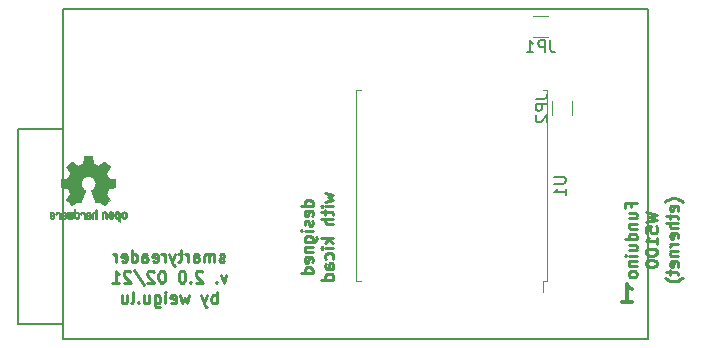
<source format=gbr>
%TF.GenerationSoftware,KiCad,Pcbnew,5.1.7-a382d34a8~87~ubuntu20.04.1*%
%TF.CreationDate,2021-02-22T15:40:43+01:00*%
%TF.ProjectId,smartyreader_ng_lora,736d6172-7479-4726-9561-6465725f6e67,rev?*%
%TF.SameCoordinates,Original*%
%TF.FileFunction,Legend,Bot*%
%TF.FilePolarity,Positive*%
%FSLAX46Y46*%
G04 Gerber Fmt 4.6, Leading zero omitted, Abs format (unit mm)*
G04 Created by KiCad (PCBNEW 5.1.7-a382d34a8~87~ubuntu20.04.1) date 2021-02-22 15:40:43*
%MOMM*%
%LPD*%
G01*
G04 APERTURE LIST*
%ADD10C,0.300000*%
%ADD11C,0.250000*%
%ADD12C,0.010000*%
%ADD13C,0.150000*%
%ADD14C,0.120000*%
G04 APERTURE END LIST*
D10*
X150193428Y-128948571D02*
X151050571Y-128948571D01*
X150622000Y-128948571D02*
X150622000Y-127448571D01*
X150764857Y-127662857D01*
X150907714Y-127805714D01*
X151050571Y-127877142D01*
D11*
X150959571Y-120888476D02*
X150959571Y-120555142D01*
X151483380Y-120555142D02*
X150483380Y-120555142D01*
X150483380Y-121031333D01*
X150816714Y-121840857D02*
X151483380Y-121840857D01*
X150816714Y-121412285D02*
X151340523Y-121412285D01*
X151435761Y-121459904D01*
X151483380Y-121555142D01*
X151483380Y-121698000D01*
X151435761Y-121793238D01*
X151388142Y-121840857D01*
X150816714Y-122317047D02*
X151483380Y-122317047D01*
X150911952Y-122317047D02*
X150864333Y-122364666D01*
X150816714Y-122459904D01*
X150816714Y-122602761D01*
X150864333Y-122698000D01*
X150959571Y-122745619D01*
X151483380Y-122745619D01*
X151483380Y-123650380D02*
X150483380Y-123650380D01*
X151435761Y-123650380D02*
X151483380Y-123555142D01*
X151483380Y-123364666D01*
X151435761Y-123269428D01*
X151388142Y-123221809D01*
X151292904Y-123174190D01*
X151007190Y-123174190D01*
X150911952Y-123221809D01*
X150864333Y-123269428D01*
X150816714Y-123364666D01*
X150816714Y-123555142D01*
X150864333Y-123650380D01*
X150816714Y-124555142D02*
X151483380Y-124555142D01*
X150816714Y-124126571D02*
X151340523Y-124126571D01*
X151435761Y-124174190D01*
X151483380Y-124269428D01*
X151483380Y-124412285D01*
X151435761Y-124507523D01*
X151388142Y-124555142D01*
X151483380Y-125031333D02*
X150816714Y-125031333D01*
X150483380Y-125031333D02*
X150531000Y-124983714D01*
X150578619Y-125031333D01*
X150531000Y-125078952D01*
X150483380Y-125031333D01*
X150578619Y-125031333D01*
X150816714Y-125507523D02*
X151483380Y-125507523D01*
X150911952Y-125507523D02*
X150864333Y-125555142D01*
X150816714Y-125650380D01*
X150816714Y-125793238D01*
X150864333Y-125888476D01*
X150959571Y-125936095D01*
X151483380Y-125936095D01*
X151483380Y-126555142D02*
X151435761Y-126459904D01*
X151388142Y-126412285D01*
X151292904Y-126364666D01*
X151007190Y-126364666D01*
X150911952Y-126412285D01*
X150864333Y-126459904D01*
X150816714Y-126555142D01*
X150816714Y-126698000D01*
X150864333Y-126793238D01*
X150911952Y-126840857D01*
X151007190Y-126888476D01*
X151292904Y-126888476D01*
X151388142Y-126840857D01*
X151435761Y-126793238D01*
X151483380Y-126698000D01*
X151483380Y-126555142D01*
X152233380Y-121364666D02*
X153233380Y-121602761D01*
X152519095Y-121793238D01*
X153233380Y-121983714D01*
X152233380Y-122221809D01*
X152233380Y-123078952D02*
X152233380Y-122602761D01*
X152709571Y-122555142D01*
X152661952Y-122602761D01*
X152614333Y-122698000D01*
X152614333Y-122936095D01*
X152661952Y-123031333D01*
X152709571Y-123078952D01*
X152804809Y-123126571D01*
X153042904Y-123126571D01*
X153138142Y-123078952D01*
X153185761Y-123031333D01*
X153233380Y-122936095D01*
X153233380Y-122698000D01*
X153185761Y-122602761D01*
X153138142Y-122555142D01*
X153233380Y-124078952D02*
X153233380Y-123507523D01*
X153233380Y-123793238D02*
X152233380Y-123793238D01*
X152376238Y-123698000D01*
X152471476Y-123602761D01*
X152519095Y-123507523D01*
X152233380Y-124698000D02*
X152233380Y-124793238D01*
X152281000Y-124888476D01*
X152328619Y-124936095D01*
X152423857Y-124983714D01*
X152614333Y-125031333D01*
X152852428Y-125031333D01*
X153042904Y-124983714D01*
X153138142Y-124936095D01*
X153185761Y-124888476D01*
X153233380Y-124793238D01*
X153233380Y-124698000D01*
X153185761Y-124602761D01*
X153138142Y-124555142D01*
X153042904Y-124507523D01*
X152852428Y-124459904D01*
X152614333Y-124459904D01*
X152423857Y-124507523D01*
X152328619Y-124555142D01*
X152281000Y-124602761D01*
X152233380Y-124698000D01*
X152233380Y-125650380D02*
X152233380Y-125745619D01*
X152281000Y-125840857D01*
X152328619Y-125888476D01*
X152423857Y-125936095D01*
X152614333Y-125983714D01*
X152852428Y-125983714D01*
X153042904Y-125936095D01*
X153138142Y-125888476D01*
X153185761Y-125840857D01*
X153233380Y-125745619D01*
X153233380Y-125650380D01*
X153185761Y-125555142D01*
X153138142Y-125507523D01*
X153042904Y-125459904D01*
X152852428Y-125412285D01*
X152614333Y-125412285D01*
X152423857Y-125459904D01*
X152328619Y-125507523D01*
X152281000Y-125555142D01*
X152233380Y-125650380D01*
X155364333Y-120483714D02*
X155316714Y-120436095D01*
X155173857Y-120340857D01*
X155078619Y-120293238D01*
X154935761Y-120245619D01*
X154697666Y-120198000D01*
X154507190Y-120198000D01*
X154269095Y-120245619D01*
X154126238Y-120293238D01*
X154031000Y-120340857D01*
X153888142Y-120436095D01*
X153840523Y-120483714D01*
X154935761Y-121245619D02*
X154983380Y-121150380D01*
X154983380Y-120959904D01*
X154935761Y-120864666D01*
X154840523Y-120817047D01*
X154459571Y-120817047D01*
X154364333Y-120864666D01*
X154316714Y-120959904D01*
X154316714Y-121150380D01*
X154364333Y-121245619D01*
X154459571Y-121293238D01*
X154554809Y-121293238D01*
X154650047Y-120817047D01*
X154316714Y-121578952D02*
X154316714Y-121959904D01*
X153983380Y-121721809D02*
X154840523Y-121721809D01*
X154935761Y-121769428D01*
X154983380Y-121864666D01*
X154983380Y-121959904D01*
X154983380Y-122293238D02*
X153983380Y-122293238D01*
X154983380Y-122721809D02*
X154459571Y-122721809D01*
X154364333Y-122674190D01*
X154316714Y-122578952D01*
X154316714Y-122436095D01*
X154364333Y-122340857D01*
X154411952Y-122293238D01*
X154935761Y-123578952D02*
X154983380Y-123483714D01*
X154983380Y-123293238D01*
X154935761Y-123198000D01*
X154840523Y-123150380D01*
X154459571Y-123150380D01*
X154364333Y-123198000D01*
X154316714Y-123293238D01*
X154316714Y-123483714D01*
X154364333Y-123578952D01*
X154459571Y-123626571D01*
X154554809Y-123626571D01*
X154650047Y-123150380D01*
X154983380Y-124055142D02*
X154316714Y-124055142D01*
X154507190Y-124055142D02*
X154411952Y-124102761D01*
X154364333Y-124150380D01*
X154316714Y-124245619D01*
X154316714Y-124340857D01*
X154316714Y-124674190D02*
X154983380Y-124674190D01*
X154411952Y-124674190D02*
X154364333Y-124721809D01*
X154316714Y-124817047D01*
X154316714Y-124959904D01*
X154364333Y-125055142D01*
X154459571Y-125102761D01*
X154983380Y-125102761D01*
X154935761Y-125959904D02*
X154983380Y-125864666D01*
X154983380Y-125674190D01*
X154935761Y-125578952D01*
X154840523Y-125531333D01*
X154459571Y-125531333D01*
X154364333Y-125578952D01*
X154316714Y-125674190D01*
X154316714Y-125864666D01*
X154364333Y-125959904D01*
X154459571Y-126007523D01*
X154554809Y-126007523D01*
X154650047Y-125531333D01*
X154316714Y-126293238D02*
X154316714Y-126674190D01*
X153983380Y-126436095D02*
X154840523Y-126436095D01*
X154935761Y-126483714D01*
X154983380Y-126578952D01*
X154983380Y-126674190D01*
X155364333Y-126912285D02*
X155316714Y-126959904D01*
X155173857Y-127055142D01*
X155078619Y-127102761D01*
X154935761Y-127150380D01*
X154697666Y-127198000D01*
X154507190Y-127198000D01*
X154269095Y-127150380D01*
X154126238Y-127102761D01*
X154031000Y-127055142D01*
X153888142Y-126959904D01*
X153840523Y-126912285D01*
X124037380Y-120801142D02*
X123037380Y-120801142D01*
X123989761Y-120801142D02*
X124037380Y-120705904D01*
X124037380Y-120515428D01*
X123989761Y-120420190D01*
X123942142Y-120372571D01*
X123846904Y-120324952D01*
X123561190Y-120324952D01*
X123465952Y-120372571D01*
X123418333Y-120420190D01*
X123370714Y-120515428D01*
X123370714Y-120705904D01*
X123418333Y-120801142D01*
X123989761Y-121658285D02*
X124037380Y-121563047D01*
X124037380Y-121372571D01*
X123989761Y-121277333D01*
X123894523Y-121229714D01*
X123513571Y-121229714D01*
X123418333Y-121277333D01*
X123370714Y-121372571D01*
X123370714Y-121563047D01*
X123418333Y-121658285D01*
X123513571Y-121705904D01*
X123608809Y-121705904D01*
X123704047Y-121229714D01*
X123989761Y-122086857D02*
X124037380Y-122182095D01*
X124037380Y-122372571D01*
X123989761Y-122467809D01*
X123894523Y-122515428D01*
X123846904Y-122515428D01*
X123751666Y-122467809D01*
X123704047Y-122372571D01*
X123704047Y-122229714D01*
X123656428Y-122134476D01*
X123561190Y-122086857D01*
X123513571Y-122086857D01*
X123418333Y-122134476D01*
X123370714Y-122229714D01*
X123370714Y-122372571D01*
X123418333Y-122467809D01*
X124037380Y-122944000D02*
X123370714Y-122944000D01*
X123037380Y-122944000D02*
X123085000Y-122896380D01*
X123132619Y-122944000D01*
X123085000Y-122991619D01*
X123037380Y-122944000D01*
X123132619Y-122944000D01*
X123370714Y-123848761D02*
X124180238Y-123848761D01*
X124275476Y-123801142D01*
X124323095Y-123753523D01*
X124370714Y-123658285D01*
X124370714Y-123515428D01*
X124323095Y-123420190D01*
X123989761Y-123848761D02*
X124037380Y-123753523D01*
X124037380Y-123563047D01*
X123989761Y-123467809D01*
X123942142Y-123420190D01*
X123846904Y-123372571D01*
X123561190Y-123372571D01*
X123465952Y-123420190D01*
X123418333Y-123467809D01*
X123370714Y-123563047D01*
X123370714Y-123753523D01*
X123418333Y-123848761D01*
X123370714Y-124324952D02*
X124037380Y-124324952D01*
X123465952Y-124324952D02*
X123418333Y-124372571D01*
X123370714Y-124467809D01*
X123370714Y-124610666D01*
X123418333Y-124705904D01*
X123513571Y-124753523D01*
X124037380Y-124753523D01*
X123989761Y-125610666D02*
X124037380Y-125515428D01*
X124037380Y-125324952D01*
X123989761Y-125229714D01*
X123894523Y-125182095D01*
X123513571Y-125182095D01*
X123418333Y-125229714D01*
X123370714Y-125324952D01*
X123370714Y-125515428D01*
X123418333Y-125610666D01*
X123513571Y-125658285D01*
X123608809Y-125658285D01*
X123704047Y-125182095D01*
X124037380Y-126515428D02*
X123037380Y-126515428D01*
X123989761Y-126515428D02*
X124037380Y-126420190D01*
X124037380Y-126229714D01*
X123989761Y-126134476D01*
X123942142Y-126086857D01*
X123846904Y-126039238D01*
X123561190Y-126039238D01*
X123465952Y-126086857D01*
X123418333Y-126134476D01*
X123370714Y-126229714D01*
X123370714Y-126420190D01*
X123418333Y-126515428D01*
X125120714Y-119729714D02*
X125787380Y-119920190D01*
X125311190Y-120110666D01*
X125787380Y-120301142D01*
X125120714Y-120491619D01*
X125787380Y-120872571D02*
X125120714Y-120872571D01*
X124787380Y-120872571D02*
X124835000Y-120824952D01*
X124882619Y-120872571D01*
X124835000Y-120920190D01*
X124787380Y-120872571D01*
X124882619Y-120872571D01*
X125120714Y-121205904D02*
X125120714Y-121586857D01*
X124787380Y-121348761D02*
X125644523Y-121348761D01*
X125739761Y-121396380D01*
X125787380Y-121491619D01*
X125787380Y-121586857D01*
X125787380Y-121920190D02*
X124787380Y-121920190D01*
X125787380Y-122348761D02*
X125263571Y-122348761D01*
X125168333Y-122301142D01*
X125120714Y-122205904D01*
X125120714Y-122063047D01*
X125168333Y-121967809D01*
X125215952Y-121920190D01*
X125787380Y-123586857D02*
X124787380Y-123586857D01*
X125406428Y-123682095D02*
X125787380Y-123967809D01*
X125120714Y-123967809D02*
X125501666Y-123586857D01*
X125787380Y-124396380D02*
X125120714Y-124396380D01*
X124787380Y-124396380D02*
X124835000Y-124348761D01*
X124882619Y-124396380D01*
X124835000Y-124444000D01*
X124787380Y-124396380D01*
X124882619Y-124396380D01*
X125739761Y-125301142D02*
X125787380Y-125205904D01*
X125787380Y-125015428D01*
X125739761Y-124920190D01*
X125692142Y-124872571D01*
X125596904Y-124824952D01*
X125311190Y-124824952D01*
X125215952Y-124872571D01*
X125168333Y-124920190D01*
X125120714Y-125015428D01*
X125120714Y-125205904D01*
X125168333Y-125301142D01*
X125787380Y-126158285D02*
X125263571Y-126158285D01*
X125168333Y-126110666D01*
X125120714Y-126015428D01*
X125120714Y-125824952D01*
X125168333Y-125729714D01*
X125739761Y-126158285D02*
X125787380Y-126063047D01*
X125787380Y-125824952D01*
X125739761Y-125729714D01*
X125644523Y-125682095D01*
X125549285Y-125682095D01*
X125454047Y-125729714D01*
X125406428Y-125824952D01*
X125406428Y-126063047D01*
X125358809Y-126158285D01*
X125787380Y-127063047D02*
X124787380Y-127063047D01*
X125739761Y-127063047D02*
X125787380Y-126967809D01*
X125787380Y-126777333D01*
X125739761Y-126682095D01*
X125692142Y-126634476D01*
X125596904Y-126586857D01*
X125311190Y-126586857D01*
X125215952Y-126634476D01*
X125168333Y-126682095D01*
X125120714Y-126777333D01*
X125120714Y-126967809D01*
X125168333Y-127063047D01*
X116577476Y-125527761D02*
X116482238Y-125575380D01*
X116291761Y-125575380D01*
X116196523Y-125527761D01*
X116148904Y-125432523D01*
X116148904Y-125384904D01*
X116196523Y-125289666D01*
X116291761Y-125242047D01*
X116434619Y-125242047D01*
X116529857Y-125194428D01*
X116577476Y-125099190D01*
X116577476Y-125051571D01*
X116529857Y-124956333D01*
X116434619Y-124908714D01*
X116291761Y-124908714D01*
X116196523Y-124956333D01*
X115720333Y-125575380D02*
X115720333Y-124908714D01*
X115720333Y-125003952D02*
X115672714Y-124956333D01*
X115577476Y-124908714D01*
X115434619Y-124908714D01*
X115339380Y-124956333D01*
X115291761Y-125051571D01*
X115291761Y-125575380D01*
X115291761Y-125051571D02*
X115244142Y-124956333D01*
X115148904Y-124908714D01*
X115006047Y-124908714D01*
X114910809Y-124956333D01*
X114863190Y-125051571D01*
X114863190Y-125575380D01*
X113958428Y-125575380D02*
X113958428Y-125051571D01*
X114006047Y-124956333D01*
X114101285Y-124908714D01*
X114291761Y-124908714D01*
X114387000Y-124956333D01*
X113958428Y-125527761D02*
X114053666Y-125575380D01*
X114291761Y-125575380D01*
X114387000Y-125527761D01*
X114434619Y-125432523D01*
X114434619Y-125337285D01*
X114387000Y-125242047D01*
X114291761Y-125194428D01*
X114053666Y-125194428D01*
X113958428Y-125146809D01*
X113482238Y-125575380D02*
X113482238Y-124908714D01*
X113482238Y-125099190D02*
X113434619Y-125003952D01*
X113387000Y-124956333D01*
X113291761Y-124908714D01*
X113196523Y-124908714D01*
X113006047Y-124908714D02*
X112625095Y-124908714D01*
X112863190Y-124575380D02*
X112863190Y-125432523D01*
X112815571Y-125527761D01*
X112720333Y-125575380D01*
X112625095Y-125575380D01*
X112386999Y-124908714D02*
X112148904Y-125575380D01*
X111910809Y-124908714D02*
X112148904Y-125575380D01*
X112244142Y-125813476D01*
X112291761Y-125861095D01*
X112386999Y-125908714D01*
X111529857Y-125575380D02*
X111529857Y-124908714D01*
X111529857Y-125099190D02*
X111482238Y-125003952D01*
X111434619Y-124956333D01*
X111339380Y-124908714D01*
X111244142Y-124908714D01*
X110529857Y-125527761D02*
X110625095Y-125575380D01*
X110815571Y-125575380D01*
X110910809Y-125527761D01*
X110958428Y-125432523D01*
X110958428Y-125051571D01*
X110910809Y-124956333D01*
X110815571Y-124908714D01*
X110625095Y-124908714D01*
X110529857Y-124956333D01*
X110482238Y-125051571D01*
X110482238Y-125146809D01*
X110958428Y-125242047D01*
X109625095Y-125575380D02*
X109625095Y-125051571D01*
X109672714Y-124956333D01*
X109767952Y-124908714D01*
X109958428Y-124908714D01*
X110053666Y-124956333D01*
X109625095Y-125527761D02*
X109720333Y-125575380D01*
X109958428Y-125575380D01*
X110053666Y-125527761D01*
X110101285Y-125432523D01*
X110101285Y-125337285D01*
X110053666Y-125242047D01*
X109958428Y-125194428D01*
X109720333Y-125194428D01*
X109625095Y-125146809D01*
X108720333Y-125575380D02*
X108720333Y-124575380D01*
X108720333Y-125527761D02*
X108815571Y-125575380D01*
X109006047Y-125575380D01*
X109101285Y-125527761D01*
X109148904Y-125480142D01*
X109196523Y-125384904D01*
X109196523Y-125099190D01*
X109148904Y-125003952D01*
X109101285Y-124956333D01*
X109006047Y-124908714D01*
X108815571Y-124908714D01*
X108720333Y-124956333D01*
X107863190Y-125527761D02*
X107958428Y-125575380D01*
X108148904Y-125575380D01*
X108244142Y-125527761D01*
X108291761Y-125432523D01*
X108291761Y-125051571D01*
X108244142Y-124956333D01*
X108148904Y-124908714D01*
X107958428Y-124908714D01*
X107863190Y-124956333D01*
X107815571Y-125051571D01*
X107815571Y-125146809D01*
X108291761Y-125242047D01*
X107386999Y-125575380D02*
X107386999Y-124908714D01*
X107386999Y-125099190D02*
X107339380Y-125003952D01*
X107291761Y-124956333D01*
X107196523Y-124908714D01*
X107101285Y-124908714D01*
X116744142Y-126658714D02*
X116506047Y-127325380D01*
X116267952Y-126658714D01*
X115887000Y-127230142D02*
X115839380Y-127277761D01*
X115887000Y-127325380D01*
X115934619Y-127277761D01*
X115887000Y-127230142D01*
X115887000Y-127325380D01*
X114696523Y-126420619D02*
X114648904Y-126373000D01*
X114553666Y-126325380D01*
X114315571Y-126325380D01*
X114220333Y-126373000D01*
X114172714Y-126420619D01*
X114125095Y-126515857D01*
X114125095Y-126611095D01*
X114172714Y-126753952D01*
X114744142Y-127325380D01*
X114125095Y-127325380D01*
X113696523Y-127230142D02*
X113648904Y-127277761D01*
X113696523Y-127325380D01*
X113744142Y-127277761D01*
X113696523Y-127230142D01*
X113696523Y-127325380D01*
X113029857Y-126325380D02*
X112934619Y-126325380D01*
X112839380Y-126373000D01*
X112791761Y-126420619D01*
X112744142Y-126515857D01*
X112696523Y-126706333D01*
X112696523Y-126944428D01*
X112744142Y-127134904D01*
X112791761Y-127230142D01*
X112839380Y-127277761D01*
X112934619Y-127325380D01*
X113029857Y-127325380D01*
X113125095Y-127277761D01*
X113172714Y-127230142D01*
X113220333Y-127134904D01*
X113267952Y-126944428D01*
X113267952Y-126706333D01*
X113220333Y-126515857D01*
X113172714Y-126420619D01*
X113125095Y-126373000D01*
X113029857Y-126325380D01*
X111315571Y-126325380D02*
X111220333Y-126325380D01*
X111125095Y-126373000D01*
X111077476Y-126420619D01*
X111029857Y-126515857D01*
X110982238Y-126706333D01*
X110982238Y-126944428D01*
X111029857Y-127134904D01*
X111077476Y-127230142D01*
X111125095Y-127277761D01*
X111220333Y-127325380D01*
X111315571Y-127325380D01*
X111410809Y-127277761D01*
X111458428Y-127230142D01*
X111506047Y-127134904D01*
X111553666Y-126944428D01*
X111553666Y-126706333D01*
X111506047Y-126515857D01*
X111458428Y-126420619D01*
X111410809Y-126373000D01*
X111315571Y-126325380D01*
X110601285Y-126420619D02*
X110553666Y-126373000D01*
X110458428Y-126325380D01*
X110220333Y-126325380D01*
X110125095Y-126373000D01*
X110077476Y-126420619D01*
X110029857Y-126515857D01*
X110029857Y-126611095D01*
X110077476Y-126753952D01*
X110648904Y-127325380D01*
X110029857Y-127325380D01*
X108887000Y-126277761D02*
X109744142Y-127563476D01*
X108601285Y-126420619D02*
X108553666Y-126373000D01*
X108458428Y-126325380D01*
X108220333Y-126325380D01*
X108125095Y-126373000D01*
X108077476Y-126420619D01*
X108029857Y-126515857D01*
X108029857Y-126611095D01*
X108077476Y-126753952D01*
X108648904Y-127325380D01*
X108029857Y-127325380D01*
X107077476Y-127325380D02*
X107648904Y-127325380D01*
X107363190Y-127325380D02*
X107363190Y-126325380D01*
X107458428Y-126468238D01*
X107553666Y-126563476D01*
X107648904Y-126611095D01*
X115910809Y-129075380D02*
X115910809Y-128075380D01*
X115910809Y-128456333D02*
X115815571Y-128408714D01*
X115625095Y-128408714D01*
X115529857Y-128456333D01*
X115482238Y-128503952D01*
X115434619Y-128599190D01*
X115434619Y-128884904D01*
X115482238Y-128980142D01*
X115529857Y-129027761D01*
X115625095Y-129075380D01*
X115815571Y-129075380D01*
X115910809Y-129027761D01*
X115101285Y-128408714D02*
X114863190Y-129075380D01*
X114625095Y-128408714D02*
X114863190Y-129075380D01*
X114958428Y-129313476D01*
X115006047Y-129361095D01*
X115101285Y-129408714D01*
X113577476Y-128408714D02*
X113387000Y-129075380D01*
X113196523Y-128599190D01*
X113006047Y-129075380D01*
X112815571Y-128408714D01*
X112053666Y-129027761D02*
X112148904Y-129075380D01*
X112339380Y-129075380D01*
X112434619Y-129027761D01*
X112482238Y-128932523D01*
X112482238Y-128551571D01*
X112434619Y-128456333D01*
X112339380Y-128408714D01*
X112148904Y-128408714D01*
X112053666Y-128456333D01*
X112006047Y-128551571D01*
X112006047Y-128646809D01*
X112482238Y-128742047D01*
X111577476Y-129075380D02*
X111577476Y-128408714D01*
X111577476Y-128075380D02*
X111625095Y-128123000D01*
X111577476Y-128170619D01*
X111529857Y-128123000D01*
X111577476Y-128075380D01*
X111577476Y-128170619D01*
X110672714Y-128408714D02*
X110672714Y-129218238D01*
X110720333Y-129313476D01*
X110767952Y-129361095D01*
X110863190Y-129408714D01*
X111006047Y-129408714D01*
X111101285Y-129361095D01*
X110672714Y-129027761D02*
X110767952Y-129075380D01*
X110958428Y-129075380D01*
X111053666Y-129027761D01*
X111101285Y-128980142D01*
X111148904Y-128884904D01*
X111148904Y-128599190D01*
X111101285Y-128503952D01*
X111053666Y-128456333D01*
X110958428Y-128408714D01*
X110767952Y-128408714D01*
X110672714Y-128456333D01*
X109767952Y-128408714D02*
X109767952Y-129075380D01*
X110196523Y-128408714D02*
X110196523Y-128932523D01*
X110148904Y-129027761D01*
X110053666Y-129075380D01*
X109910809Y-129075380D01*
X109815571Y-129027761D01*
X109767952Y-128980142D01*
X109291761Y-128980142D02*
X109244142Y-129027761D01*
X109291761Y-129075380D01*
X109339380Y-129027761D01*
X109291761Y-128980142D01*
X109291761Y-129075380D01*
X108672714Y-129075380D02*
X108767952Y-129027761D01*
X108815571Y-128932523D01*
X108815571Y-128075380D01*
X107863190Y-128408714D02*
X107863190Y-129075380D01*
X108291761Y-128408714D02*
X108291761Y-128932523D01*
X108244142Y-129027761D01*
X108148904Y-129075380D01*
X108006047Y-129075380D01*
X107910809Y-129027761D01*
X107863190Y-128980142D01*
D12*
%TO.C,REF\u002A\u002A*%
G36*
X104925090Y-116622348D02*
G01*
X104846546Y-116622778D01*
X104789702Y-116623942D01*
X104750895Y-116626207D01*
X104726462Y-116629940D01*
X104712738Y-116635506D01*
X104706060Y-116643273D01*
X104702764Y-116653605D01*
X104702444Y-116654943D01*
X104697438Y-116679079D01*
X104688171Y-116726701D01*
X104675608Y-116792741D01*
X104660713Y-116872128D01*
X104644449Y-116959796D01*
X104643881Y-116962875D01*
X104627590Y-117048789D01*
X104612348Y-117124696D01*
X104599139Y-117186045D01*
X104588946Y-117228282D01*
X104582752Y-117246855D01*
X104582457Y-117247184D01*
X104564212Y-117256253D01*
X104526595Y-117271367D01*
X104477729Y-117289262D01*
X104477457Y-117289358D01*
X104415907Y-117312493D01*
X104343343Y-117341965D01*
X104274943Y-117371597D01*
X104271706Y-117373062D01*
X104160298Y-117423626D01*
X103913601Y-117255160D01*
X103837923Y-117203803D01*
X103769369Y-117157889D01*
X103711912Y-117120030D01*
X103669524Y-117092837D01*
X103646175Y-117078921D01*
X103643958Y-117077889D01*
X103626990Y-117082484D01*
X103595299Y-117104655D01*
X103547648Y-117145447D01*
X103482802Y-117205905D01*
X103416603Y-117270227D01*
X103352786Y-117333612D01*
X103295671Y-117391451D01*
X103248695Y-117440175D01*
X103215297Y-117476210D01*
X103198915Y-117495984D01*
X103198306Y-117497002D01*
X103196495Y-117510572D01*
X103203317Y-117532733D01*
X103220460Y-117566478D01*
X103249607Y-117614800D01*
X103292445Y-117680692D01*
X103349552Y-117765517D01*
X103400234Y-117840177D01*
X103445539Y-117907140D01*
X103482850Y-117962516D01*
X103509548Y-118002420D01*
X103523015Y-118022962D01*
X103523863Y-118024356D01*
X103522219Y-118044038D01*
X103509755Y-118082293D01*
X103488952Y-118131889D01*
X103481538Y-118147728D01*
X103449186Y-118218290D01*
X103414672Y-118298353D01*
X103386635Y-118367629D01*
X103366432Y-118419045D01*
X103350385Y-118458119D01*
X103341112Y-118478541D01*
X103339959Y-118480114D01*
X103322904Y-118482721D01*
X103282702Y-118489863D01*
X103224698Y-118500523D01*
X103154237Y-118513685D01*
X103076665Y-118528333D01*
X102997328Y-118543449D01*
X102921569Y-118558018D01*
X102854736Y-118571022D01*
X102802172Y-118581445D01*
X102769224Y-118588270D01*
X102761143Y-118590199D01*
X102752795Y-118594962D01*
X102746494Y-118605718D01*
X102741955Y-118626098D01*
X102738896Y-118659734D01*
X102737033Y-118710255D01*
X102736082Y-118781292D01*
X102735760Y-118876476D01*
X102735743Y-118915492D01*
X102735743Y-119232799D01*
X102811943Y-119247839D01*
X102854337Y-119255995D01*
X102917600Y-119267899D01*
X102994038Y-119282116D01*
X103075957Y-119297210D01*
X103098600Y-119301355D01*
X103174194Y-119316053D01*
X103240047Y-119330505D01*
X103290634Y-119343375D01*
X103320426Y-119353322D01*
X103325388Y-119356287D01*
X103337574Y-119377283D01*
X103355047Y-119417967D01*
X103374423Y-119470322D01*
X103378266Y-119481600D01*
X103403661Y-119551523D01*
X103435183Y-119630418D01*
X103466031Y-119701266D01*
X103466183Y-119701595D01*
X103517553Y-119812733D01*
X103348601Y-120061253D01*
X103179648Y-120309772D01*
X103396571Y-120527058D01*
X103462181Y-120591726D01*
X103522021Y-120648733D01*
X103572733Y-120695033D01*
X103610954Y-120727584D01*
X103633325Y-120743343D01*
X103636534Y-120744343D01*
X103655374Y-120736469D01*
X103693820Y-120714578D01*
X103747670Y-120681267D01*
X103812724Y-120639131D01*
X103883060Y-120591943D01*
X103954445Y-120543810D01*
X104018092Y-120501928D01*
X104069959Y-120468871D01*
X104106005Y-120447218D01*
X104122133Y-120439543D01*
X104141811Y-120446037D01*
X104179125Y-120463150D01*
X104226379Y-120487326D01*
X104231388Y-120490013D01*
X104295023Y-120521927D01*
X104338659Y-120537579D01*
X104365798Y-120537745D01*
X104379943Y-120523204D01*
X104380025Y-120523000D01*
X104387095Y-120505779D01*
X104403958Y-120464899D01*
X104429305Y-120403525D01*
X104461829Y-120324819D01*
X104500222Y-120231947D01*
X104543178Y-120128072D01*
X104584778Y-120027502D01*
X104630496Y-119916516D01*
X104672474Y-119813703D01*
X104709452Y-119722215D01*
X104740173Y-119645201D01*
X104763378Y-119585815D01*
X104777810Y-119547209D01*
X104782257Y-119532800D01*
X104771104Y-119516272D01*
X104741931Y-119489930D01*
X104703029Y-119460887D01*
X104592243Y-119369039D01*
X104505649Y-119263759D01*
X104444284Y-119147266D01*
X104409185Y-119021776D01*
X104401392Y-118889507D01*
X104407057Y-118828457D01*
X104437922Y-118701795D01*
X104491080Y-118589941D01*
X104563233Y-118494001D01*
X104651083Y-118415076D01*
X104751335Y-118354270D01*
X104860690Y-118312687D01*
X104975853Y-118291428D01*
X105093525Y-118291599D01*
X105210410Y-118314301D01*
X105323211Y-118360638D01*
X105428631Y-118431713D01*
X105472632Y-118471911D01*
X105557021Y-118575129D01*
X105615778Y-118687925D01*
X105649296Y-118807010D01*
X105657965Y-118929095D01*
X105642177Y-119050893D01*
X105602322Y-119169116D01*
X105538793Y-119280475D01*
X105451979Y-119381684D01*
X105354971Y-119460887D01*
X105314563Y-119491162D01*
X105286018Y-119517219D01*
X105275743Y-119532825D01*
X105281123Y-119549843D01*
X105296425Y-119590500D01*
X105320388Y-119651642D01*
X105351756Y-119730119D01*
X105389268Y-119822780D01*
X105431667Y-119926472D01*
X105473337Y-120027526D01*
X105519310Y-120138607D01*
X105561893Y-120241541D01*
X105599779Y-120333165D01*
X105631660Y-120410316D01*
X105656229Y-120469831D01*
X105672180Y-120508544D01*
X105678090Y-120523000D01*
X105692052Y-120537685D01*
X105719060Y-120537642D01*
X105762587Y-120522099D01*
X105826110Y-120490284D01*
X105826612Y-120490013D01*
X105874440Y-120465323D01*
X105913103Y-120447338D01*
X105934905Y-120439614D01*
X105935867Y-120439543D01*
X105952279Y-120447378D01*
X105988513Y-120469165D01*
X106040526Y-120502328D01*
X106104275Y-120544291D01*
X106174940Y-120591943D01*
X106246884Y-120640191D01*
X106311726Y-120682151D01*
X106365265Y-120715227D01*
X106403303Y-120736821D01*
X106421467Y-120744343D01*
X106438192Y-120734457D01*
X106471820Y-120706826D01*
X106518990Y-120664495D01*
X106576342Y-120610505D01*
X106640516Y-120547899D01*
X106661503Y-120526983D01*
X106878501Y-120309623D01*
X106713332Y-120067220D01*
X106663136Y-119992781D01*
X106619081Y-119925972D01*
X106583638Y-119870665D01*
X106559281Y-119830729D01*
X106548478Y-119810036D01*
X106548162Y-119808563D01*
X106553857Y-119789058D01*
X106569174Y-119749822D01*
X106591463Y-119697430D01*
X106607107Y-119662355D01*
X106636359Y-119595201D01*
X106663906Y-119527358D01*
X106685263Y-119470034D01*
X106691065Y-119452572D01*
X106707548Y-119405938D01*
X106723660Y-119369905D01*
X106732510Y-119356287D01*
X106752040Y-119347952D01*
X106794666Y-119336137D01*
X106854855Y-119322181D01*
X106927078Y-119307422D01*
X106959400Y-119301355D01*
X107041478Y-119286273D01*
X107120205Y-119271669D01*
X107187891Y-119258980D01*
X107236840Y-119249642D01*
X107246057Y-119247839D01*
X107322257Y-119232799D01*
X107322257Y-118915492D01*
X107322086Y-118811154D01*
X107321384Y-118732213D01*
X107319866Y-118675038D01*
X107317251Y-118635999D01*
X107313254Y-118611465D01*
X107307591Y-118597805D01*
X107299980Y-118591389D01*
X107296857Y-118590199D01*
X107278022Y-118585980D01*
X107236412Y-118577562D01*
X107177370Y-118565961D01*
X107106243Y-118552195D01*
X107028375Y-118537280D01*
X106949113Y-118522232D01*
X106873802Y-118508069D01*
X106807787Y-118495806D01*
X106756413Y-118486461D01*
X106725025Y-118481050D01*
X106718041Y-118480114D01*
X106711715Y-118467596D01*
X106697710Y-118434246D01*
X106678645Y-118386377D01*
X106671366Y-118367629D01*
X106642004Y-118295195D01*
X106607429Y-118215170D01*
X106576463Y-118147728D01*
X106553677Y-118096159D01*
X106538518Y-118053785D01*
X106533458Y-118027834D01*
X106534264Y-118024356D01*
X106544959Y-118007936D01*
X106569380Y-117971417D01*
X106604905Y-117918687D01*
X106648913Y-117853635D01*
X106698783Y-117780151D01*
X106708644Y-117765645D01*
X106766508Y-117679704D01*
X106809044Y-117614261D01*
X106837946Y-117566304D01*
X106854910Y-117532820D01*
X106861633Y-117510795D01*
X106859810Y-117497217D01*
X106859764Y-117497131D01*
X106845414Y-117479297D01*
X106813677Y-117444817D01*
X106767990Y-117397268D01*
X106711796Y-117340222D01*
X106648532Y-117277255D01*
X106641398Y-117270227D01*
X106561670Y-117193020D01*
X106500143Y-117136330D01*
X106455579Y-117099110D01*
X106426743Y-117080315D01*
X106414042Y-117077889D01*
X106395506Y-117088471D01*
X106357039Y-117112916D01*
X106302614Y-117148612D01*
X106236202Y-117192947D01*
X106161775Y-117243311D01*
X106144399Y-117255160D01*
X105897703Y-117423626D01*
X105786294Y-117373062D01*
X105718543Y-117343595D01*
X105645817Y-117313959D01*
X105583297Y-117290330D01*
X105580543Y-117289358D01*
X105531640Y-117271457D01*
X105493943Y-117256320D01*
X105475575Y-117247210D01*
X105475544Y-117247184D01*
X105469715Y-117230717D01*
X105459808Y-117190219D01*
X105446805Y-117130242D01*
X105431691Y-117055340D01*
X105415448Y-116970064D01*
X105414119Y-116962875D01*
X105397825Y-116875014D01*
X105382867Y-116795260D01*
X105370209Y-116728681D01*
X105360814Y-116680347D01*
X105355646Y-116655325D01*
X105355556Y-116654943D01*
X105352411Y-116644299D01*
X105346296Y-116636262D01*
X105333547Y-116630467D01*
X105310500Y-116626547D01*
X105273491Y-116624135D01*
X105218856Y-116622865D01*
X105142933Y-116622371D01*
X105042056Y-116622286D01*
X105029000Y-116622286D01*
X104925090Y-116622348D01*
G37*
X104925090Y-116622348D02*
X104846546Y-116622778D01*
X104789702Y-116623942D01*
X104750895Y-116626207D01*
X104726462Y-116629940D01*
X104712738Y-116635506D01*
X104706060Y-116643273D01*
X104702764Y-116653605D01*
X104702444Y-116654943D01*
X104697438Y-116679079D01*
X104688171Y-116726701D01*
X104675608Y-116792741D01*
X104660713Y-116872128D01*
X104644449Y-116959796D01*
X104643881Y-116962875D01*
X104627590Y-117048789D01*
X104612348Y-117124696D01*
X104599139Y-117186045D01*
X104588946Y-117228282D01*
X104582752Y-117246855D01*
X104582457Y-117247184D01*
X104564212Y-117256253D01*
X104526595Y-117271367D01*
X104477729Y-117289262D01*
X104477457Y-117289358D01*
X104415907Y-117312493D01*
X104343343Y-117341965D01*
X104274943Y-117371597D01*
X104271706Y-117373062D01*
X104160298Y-117423626D01*
X103913601Y-117255160D01*
X103837923Y-117203803D01*
X103769369Y-117157889D01*
X103711912Y-117120030D01*
X103669524Y-117092837D01*
X103646175Y-117078921D01*
X103643958Y-117077889D01*
X103626990Y-117082484D01*
X103595299Y-117104655D01*
X103547648Y-117145447D01*
X103482802Y-117205905D01*
X103416603Y-117270227D01*
X103352786Y-117333612D01*
X103295671Y-117391451D01*
X103248695Y-117440175D01*
X103215297Y-117476210D01*
X103198915Y-117495984D01*
X103198306Y-117497002D01*
X103196495Y-117510572D01*
X103203317Y-117532733D01*
X103220460Y-117566478D01*
X103249607Y-117614800D01*
X103292445Y-117680692D01*
X103349552Y-117765517D01*
X103400234Y-117840177D01*
X103445539Y-117907140D01*
X103482850Y-117962516D01*
X103509548Y-118002420D01*
X103523015Y-118022962D01*
X103523863Y-118024356D01*
X103522219Y-118044038D01*
X103509755Y-118082293D01*
X103488952Y-118131889D01*
X103481538Y-118147728D01*
X103449186Y-118218290D01*
X103414672Y-118298353D01*
X103386635Y-118367629D01*
X103366432Y-118419045D01*
X103350385Y-118458119D01*
X103341112Y-118478541D01*
X103339959Y-118480114D01*
X103322904Y-118482721D01*
X103282702Y-118489863D01*
X103224698Y-118500523D01*
X103154237Y-118513685D01*
X103076665Y-118528333D01*
X102997328Y-118543449D01*
X102921569Y-118558018D01*
X102854736Y-118571022D01*
X102802172Y-118581445D01*
X102769224Y-118588270D01*
X102761143Y-118590199D01*
X102752795Y-118594962D01*
X102746494Y-118605718D01*
X102741955Y-118626098D01*
X102738896Y-118659734D01*
X102737033Y-118710255D01*
X102736082Y-118781292D01*
X102735760Y-118876476D01*
X102735743Y-118915492D01*
X102735743Y-119232799D01*
X102811943Y-119247839D01*
X102854337Y-119255995D01*
X102917600Y-119267899D01*
X102994038Y-119282116D01*
X103075957Y-119297210D01*
X103098600Y-119301355D01*
X103174194Y-119316053D01*
X103240047Y-119330505D01*
X103290634Y-119343375D01*
X103320426Y-119353322D01*
X103325388Y-119356287D01*
X103337574Y-119377283D01*
X103355047Y-119417967D01*
X103374423Y-119470322D01*
X103378266Y-119481600D01*
X103403661Y-119551523D01*
X103435183Y-119630418D01*
X103466031Y-119701266D01*
X103466183Y-119701595D01*
X103517553Y-119812733D01*
X103348601Y-120061253D01*
X103179648Y-120309772D01*
X103396571Y-120527058D01*
X103462181Y-120591726D01*
X103522021Y-120648733D01*
X103572733Y-120695033D01*
X103610954Y-120727584D01*
X103633325Y-120743343D01*
X103636534Y-120744343D01*
X103655374Y-120736469D01*
X103693820Y-120714578D01*
X103747670Y-120681267D01*
X103812724Y-120639131D01*
X103883060Y-120591943D01*
X103954445Y-120543810D01*
X104018092Y-120501928D01*
X104069959Y-120468871D01*
X104106005Y-120447218D01*
X104122133Y-120439543D01*
X104141811Y-120446037D01*
X104179125Y-120463150D01*
X104226379Y-120487326D01*
X104231388Y-120490013D01*
X104295023Y-120521927D01*
X104338659Y-120537579D01*
X104365798Y-120537745D01*
X104379943Y-120523204D01*
X104380025Y-120523000D01*
X104387095Y-120505779D01*
X104403958Y-120464899D01*
X104429305Y-120403525D01*
X104461829Y-120324819D01*
X104500222Y-120231947D01*
X104543178Y-120128072D01*
X104584778Y-120027502D01*
X104630496Y-119916516D01*
X104672474Y-119813703D01*
X104709452Y-119722215D01*
X104740173Y-119645201D01*
X104763378Y-119585815D01*
X104777810Y-119547209D01*
X104782257Y-119532800D01*
X104771104Y-119516272D01*
X104741931Y-119489930D01*
X104703029Y-119460887D01*
X104592243Y-119369039D01*
X104505649Y-119263759D01*
X104444284Y-119147266D01*
X104409185Y-119021776D01*
X104401392Y-118889507D01*
X104407057Y-118828457D01*
X104437922Y-118701795D01*
X104491080Y-118589941D01*
X104563233Y-118494001D01*
X104651083Y-118415076D01*
X104751335Y-118354270D01*
X104860690Y-118312687D01*
X104975853Y-118291428D01*
X105093525Y-118291599D01*
X105210410Y-118314301D01*
X105323211Y-118360638D01*
X105428631Y-118431713D01*
X105472632Y-118471911D01*
X105557021Y-118575129D01*
X105615778Y-118687925D01*
X105649296Y-118807010D01*
X105657965Y-118929095D01*
X105642177Y-119050893D01*
X105602322Y-119169116D01*
X105538793Y-119280475D01*
X105451979Y-119381684D01*
X105354971Y-119460887D01*
X105314563Y-119491162D01*
X105286018Y-119517219D01*
X105275743Y-119532825D01*
X105281123Y-119549843D01*
X105296425Y-119590500D01*
X105320388Y-119651642D01*
X105351756Y-119730119D01*
X105389268Y-119822780D01*
X105431667Y-119926472D01*
X105473337Y-120027526D01*
X105519310Y-120138607D01*
X105561893Y-120241541D01*
X105599779Y-120333165D01*
X105631660Y-120410316D01*
X105656229Y-120469831D01*
X105672180Y-120508544D01*
X105678090Y-120523000D01*
X105692052Y-120537685D01*
X105719060Y-120537642D01*
X105762587Y-120522099D01*
X105826110Y-120490284D01*
X105826612Y-120490013D01*
X105874440Y-120465323D01*
X105913103Y-120447338D01*
X105934905Y-120439614D01*
X105935867Y-120439543D01*
X105952279Y-120447378D01*
X105988513Y-120469165D01*
X106040526Y-120502328D01*
X106104275Y-120544291D01*
X106174940Y-120591943D01*
X106246884Y-120640191D01*
X106311726Y-120682151D01*
X106365265Y-120715227D01*
X106403303Y-120736821D01*
X106421467Y-120744343D01*
X106438192Y-120734457D01*
X106471820Y-120706826D01*
X106518990Y-120664495D01*
X106576342Y-120610505D01*
X106640516Y-120547899D01*
X106661503Y-120526983D01*
X106878501Y-120309623D01*
X106713332Y-120067220D01*
X106663136Y-119992781D01*
X106619081Y-119925972D01*
X106583638Y-119870665D01*
X106559281Y-119830729D01*
X106548478Y-119810036D01*
X106548162Y-119808563D01*
X106553857Y-119789058D01*
X106569174Y-119749822D01*
X106591463Y-119697430D01*
X106607107Y-119662355D01*
X106636359Y-119595201D01*
X106663906Y-119527358D01*
X106685263Y-119470034D01*
X106691065Y-119452572D01*
X106707548Y-119405938D01*
X106723660Y-119369905D01*
X106732510Y-119356287D01*
X106752040Y-119347952D01*
X106794666Y-119336137D01*
X106854855Y-119322181D01*
X106927078Y-119307422D01*
X106959400Y-119301355D01*
X107041478Y-119286273D01*
X107120205Y-119271669D01*
X107187891Y-119258980D01*
X107236840Y-119249642D01*
X107246057Y-119247839D01*
X107322257Y-119232799D01*
X107322257Y-118915492D01*
X107322086Y-118811154D01*
X107321384Y-118732213D01*
X107319866Y-118675038D01*
X107317251Y-118635999D01*
X107313254Y-118611465D01*
X107307591Y-118597805D01*
X107299980Y-118591389D01*
X107296857Y-118590199D01*
X107278022Y-118585980D01*
X107236412Y-118577562D01*
X107177370Y-118565961D01*
X107106243Y-118552195D01*
X107028375Y-118537280D01*
X106949113Y-118522232D01*
X106873802Y-118508069D01*
X106807787Y-118495806D01*
X106756413Y-118486461D01*
X106725025Y-118481050D01*
X106718041Y-118480114D01*
X106711715Y-118467596D01*
X106697710Y-118434246D01*
X106678645Y-118386377D01*
X106671366Y-118367629D01*
X106642004Y-118295195D01*
X106607429Y-118215170D01*
X106576463Y-118147728D01*
X106553677Y-118096159D01*
X106538518Y-118053785D01*
X106533458Y-118027834D01*
X106534264Y-118024356D01*
X106544959Y-118007936D01*
X106569380Y-117971417D01*
X106604905Y-117918687D01*
X106648913Y-117853635D01*
X106698783Y-117780151D01*
X106708644Y-117765645D01*
X106766508Y-117679704D01*
X106809044Y-117614261D01*
X106837946Y-117566304D01*
X106854910Y-117532820D01*
X106861633Y-117510795D01*
X106859810Y-117497217D01*
X106859764Y-117497131D01*
X106845414Y-117479297D01*
X106813677Y-117444817D01*
X106767990Y-117397268D01*
X106711796Y-117340222D01*
X106648532Y-117277255D01*
X106641398Y-117270227D01*
X106561670Y-117193020D01*
X106500143Y-117136330D01*
X106455579Y-117099110D01*
X106426743Y-117080315D01*
X106414042Y-117077889D01*
X106395506Y-117088471D01*
X106357039Y-117112916D01*
X106302614Y-117148612D01*
X106236202Y-117192947D01*
X106161775Y-117243311D01*
X106144399Y-117255160D01*
X105897703Y-117423626D01*
X105786294Y-117373062D01*
X105718543Y-117343595D01*
X105645817Y-117313959D01*
X105583297Y-117290330D01*
X105580543Y-117289358D01*
X105531640Y-117271457D01*
X105493943Y-117256320D01*
X105475575Y-117247210D01*
X105475544Y-117247184D01*
X105469715Y-117230717D01*
X105459808Y-117190219D01*
X105446805Y-117130242D01*
X105431691Y-117055340D01*
X105415448Y-116970064D01*
X105414119Y-116962875D01*
X105397825Y-116875014D01*
X105382867Y-116795260D01*
X105370209Y-116728681D01*
X105360814Y-116680347D01*
X105355646Y-116655325D01*
X105355556Y-116654943D01*
X105352411Y-116644299D01*
X105346296Y-116636262D01*
X105333547Y-116630467D01*
X105310500Y-116626547D01*
X105273491Y-116624135D01*
X105218856Y-116622865D01*
X105142933Y-116622371D01*
X105042056Y-116622286D01*
X105029000Y-116622286D01*
X104925090Y-116622348D01*
G36*
X101875405Y-121346966D02*
G01*
X101817979Y-121384497D01*
X101790281Y-121418096D01*
X101768338Y-121479064D01*
X101766595Y-121527308D01*
X101770543Y-121591816D01*
X101919314Y-121656934D01*
X101991651Y-121690202D01*
X102038916Y-121716964D01*
X102063493Y-121740144D01*
X102067763Y-121762667D01*
X102054111Y-121787455D01*
X102039057Y-121803886D01*
X101995254Y-121830235D01*
X101947611Y-121832081D01*
X101903855Y-121811546D01*
X101871711Y-121770752D01*
X101865962Y-121756347D01*
X101838424Y-121711356D01*
X101806742Y-121692182D01*
X101763286Y-121675779D01*
X101763286Y-121737966D01*
X101767128Y-121780283D01*
X101782177Y-121815969D01*
X101813720Y-121856943D01*
X101818408Y-121862267D01*
X101853494Y-121898720D01*
X101883653Y-121918283D01*
X101921385Y-121927283D01*
X101952665Y-121930230D01*
X102008615Y-121930965D01*
X102048445Y-121921660D01*
X102073292Y-121907846D01*
X102112344Y-121877467D01*
X102139375Y-121844613D01*
X102156483Y-121803294D01*
X102165762Y-121747521D01*
X102169307Y-121671305D01*
X102169590Y-121632622D01*
X102168628Y-121586247D01*
X102080993Y-121586247D01*
X102079977Y-121611126D01*
X102077444Y-121615200D01*
X102060726Y-121609665D01*
X102024751Y-121595017D01*
X101976669Y-121574190D01*
X101966614Y-121569714D01*
X101905848Y-121538814D01*
X101872368Y-121511657D01*
X101865010Y-121486220D01*
X101882609Y-121460481D01*
X101897144Y-121449109D01*
X101949590Y-121426364D01*
X101998678Y-121430122D01*
X102039773Y-121457884D01*
X102068242Y-121507152D01*
X102077369Y-121546257D01*
X102080993Y-121586247D01*
X102168628Y-121586247D01*
X102167715Y-121542249D01*
X102160804Y-121475384D01*
X102147116Y-121426695D01*
X102124904Y-121390849D01*
X102092426Y-121362513D01*
X102078267Y-121353355D01*
X102013947Y-121329507D01*
X101943527Y-121328006D01*
X101875405Y-121346966D01*
G37*
X101875405Y-121346966D02*
X101817979Y-121384497D01*
X101790281Y-121418096D01*
X101768338Y-121479064D01*
X101766595Y-121527308D01*
X101770543Y-121591816D01*
X101919314Y-121656934D01*
X101991651Y-121690202D01*
X102038916Y-121716964D01*
X102063493Y-121740144D01*
X102067763Y-121762667D01*
X102054111Y-121787455D01*
X102039057Y-121803886D01*
X101995254Y-121830235D01*
X101947611Y-121832081D01*
X101903855Y-121811546D01*
X101871711Y-121770752D01*
X101865962Y-121756347D01*
X101838424Y-121711356D01*
X101806742Y-121692182D01*
X101763286Y-121675779D01*
X101763286Y-121737966D01*
X101767128Y-121780283D01*
X101782177Y-121815969D01*
X101813720Y-121856943D01*
X101818408Y-121862267D01*
X101853494Y-121898720D01*
X101883653Y-121918283D01*
X101921385Y-121927283D01*
X101952665Y-121930230D01*
X102008615Y-121930965D01*
X102048445Y-121921660D01*
X102073292Y-121907846D01*
X102112344Y-121877467D01*
X102139375Y-121844613D01*
X102156483Y-121803294D01*
X102165762Y-121747521D01*
X102169307Y-121671305D01*
X102169590Y-121632622D01*
X102168628Y-121586247D01*
X102080993Y-121586247D01*
X102079977Y-121611126D01*
X102077444Y-121615200D01*
X102060726Y-121609665D01*
X102024751Y-121595017D01*
X101976669Y-121574190D01*
X101966614Y-121569714D01*
X101905848Y-121538814D01*
X101872368Y-121511657D01*
X101865010Y-121486220D01*
X101882609Y-121460481D01*
X101897144Y-121449109D01*
X101949590Y-121426364D01*
X101998678Y-121430122D01*
X102039773Y-121457884D01*
X102068242Y-121507152D01*
X102077369Y-121546257D01*
X102080993Y-121586247D01*
X102168628Y-121586247D01*
X102167715Y-121542249D01*
X102160804Y-121475384D01*
X102147116Y-121426695D01*
X102124904Y-121390849D01*
X102092426Y-121362513D01*
X102078267Y-121353355D01*
X102013947Y-121329507D01*
X101943527Y-121328006D01*
X101875405Y-121346966D01*
G36*
X102376400Y-121338752D02*
G01*
X102359052Y-121346334D01*
X102317644Y-121379128D01*
X102282235Y-121426547D01*
X102260336Y-121477151D01*
X102256771Y-121502098D01*
X102268721Y-121536927D01*
X102294933Y-121555357D01*
X102323036Y-121566516D01*
X102335905Y-121568572D01*
X102342171Y-121553649D01*
X102354544Y-121521175D01*
X102359972Y-121506502D01*
X102390410Y-121455744D01*
X102434480Y-121430427D01*
X102490990Y-121431206D01*
X102495175Y-121432203D01*
X102525345Y-121446507D01*
X102547524Y-121474393D01*
X102562673Y-121519287D01*
X102571750Y-121584615D01*
X102575714Y-121673804D01*
X102576086Y-121721261D01*
X102576270Y-121796071D01*
X102577478Y-121847069D01*
X102580691Y-121879471D01*
X102586891Y-121898495D01*
X102597060Y-121909356D01*
X102612181Y-121917272D01*
X102613054Y-121917670D01*
X102642172Y-121929981D01*
X102656597Y-121934514D01*
X102658814Y-121920809D01*
X102660711Y-121882925D01*
X102662153Y-121825715D01*
X102663002Y-121754027D01*
X102663171Y-121701565D01*
X102662308Y-121600047D01*
X102658930Y-121523032D01*
X102651858Y-121466023D01*
X102639912Y-121424526D01*
X102621910Y-121394043D01*
X102596673Y-121370080D01*
X102571753Y-121353355D01*
X102511829Y-121331097D01*
X102442089Y-121326076D01*
X102376400Y-121338752D01*
G37*
X102376400Y-121338752D02*
X102359052Y-121346334D01*
X102317644Y-121379128D01*
X102282235Y-121426547D01*
X102260336Y-121477151D01*
X102256771Y-121502098D01*
X102268721Y-121536927D01*
X102294933Y-121555357D01*
X102323036Y-121566516D01*
X102335905Y-121568572D01*
X102342171Y-121553649D01*
X102354544Y-121521175D01*
X102359972Y-121506502D01*
X102390410Y-121455744D01*
X102434480Y-121430427D01*
X102490990Y-121431206D01*
X102495175Y-121432203D01*
X102525345Y-121446507D01*
X102547524Y-121474393D01*
X102562673Y-121519287D01*
X102571750Y-121584615D01*
X102575714Y-121673804D01*
X102576086Y-121721261D01*
X102576270Y-121796071D01*
X102577478Y-121847069D01*
X102580691Y-121879471D01*
X102586891Y-121898495D01*
X102597060Y-121909356D01*
X102612181Y-121917272D01*
X102613054Y-121917670D01*
X102642172Y-121929981D01*
X102656597Y-121934514D01*
X102658814Y-121920809D01*
X102660711Y-121882925D01*
X102662153Y-121825715D01*
X102663002Y-121754027D01*
X102663171Y-121701565D01*
X102662308Y-121600047D01*
X102658930Y-121523032D01*
X102651858Y-121466023D01*
X102639912Y-121424526D01*
X102621910Y-121394043D01*
X102596673Y-121370080D01*
X102571753Y-121353355D01*
X102511829Y-121331097D01*
X102442089Y-121326076D01*
X102376400Y-121338752D01*
G36*
X102884124Y-121336335D02*
G01*
X102842333Y-121355344D01*
X102809531Y-121378378D01*
X102785497Y-121404133D01*
X102768903Y-121437358D01*
X102758423Y-121482800D01*
X102752729Y-121545207D01*
X102750493Y-121629327D01*
X102750257Y-121684721D01*
X102750257Y-121900826D01*
X102787226Y-121917670D01*
X102816344Y-121929981D01*
X102830769Y-121934514D01*
X102833528Y-121921025D01*
X102835718Y-121884653D01*
X102837058Y-121831542D01*
X102837343Y-121789372D01*
X102838566Y-121728447D01*
X102841864Y-121680115D01*
X102846679Y-121650518D01*
X102850504Y-121644229D01*
X102876217Y-121650652D01*
X102916582Y-121667125D01*
X102963321Y-121689458D01*
X103008155Y-121713457D01*
X103042807Y-121734930D01*
X103058998Y-121749685D01*
X103059062Y-121749845D01*
X103057670Y-121777152D01*
X103045182Y-121803219D01*
X103023257Y-121824392D01*
X102991257Y-121831474D01*
X102963908Y-121830649D01*
X102925174Y-121830042D01*
X102904842Y-121839116D01*
X102892631Y-121863092D01*
X102891091Y-121867613D01*
X102885797Y-121901806D01*
X102899953Y-121922568D01*
X102936852Y-121932462D01*
X102976711Y-121934292D01*
X103048438Y-121920727D01*
X103085568Y-121901355D01*
X103131424Y-121855845D01*
X103155744Y-121799983D01*
X103157927Y-121740957D01*
X103137371Y-121685953D01*
X103106451Y-121651486D01*
X103075580Y-121632189D01*
X103027058Y-121607759D01*
X102970515Y-121582985D01*
X102961090Y-121579199D01*
X102898981Y-121551791D01*
X102863178Y-121527634D01*
X102851663Y-121503619D01*
X102862420Y-121476635D01*
X102880886Y-121455543D01*
X102924531Y-121429572D01*
X102972554Y-121427624D01*
X103016594Y-121447637D01*
X103048291Y-121487551D01*
X103052451Y-121497848D01*
X103076673Y-121535724D01*
X103112035Y-121563842D01*
X103156657Y-121586917D01*
X103156657Y-121521485D01*
X103154031Y-121481506D01*
X103142770Y-121449997D01*
X103117801Y-121416378D01*
X103093831Y-121390484D01*
X103056559Y-121353817D01*
X103027599Y-121334121D01*
X102996495Y-121326220D01*
X102961287Y-121324914D01*
X102884124Y-121336335D01*
G37*
X102884124Y-121336335D02*
X102842333Y-121355344D01*
X102809531Y-121378378D01*
X102785497Y-121404133D01*
X102768903Y-121437358D01*
X102758423Y-121482800D01*
X102752729Y-121545207D01*
X102750493Y-121629327D01*
X102750257Y-121684721D01*
X102750257Y-121900826D01*
X102787226Y-121917670D01*
X102816344Y-121929981D01*
X102830769Y-121934514D01*
X102833528Y-121921025D01*
X102835718Y-121884653D01*
X102837058Y-121831542D01*
X102837343Y-121789372D01*
X102838566Y-121728447D01*
X102841864Y-121680115D01*
X102846679Y-121650518D01*
X102850504Y-121644229D01*
X102876217Y-121650652D01*
X102916582Y-121667125D01*
X102963321Y-121689458D01*
X103008155Y-121713457D01*
X103042807Y-121734930D01*
X103058998Y-121749685D01*
X103059062Y-121749845D01*
X103057670Y-121777152D01*
X103045182Y-121803219D01*
X103023257Y-121824392D01*
X102991257Y-121831474D01*
X102963908Y-121830649D01*
X102925174Y-121830042D01*
X102904842Y-121839116D01*
X102892631Y-121863092D01*
X102891091Y-121867613D01*
X102885797Y-121901806D01*
X102899953Y-121922568D01*
X102936852Y-121932462D01*
X102976711Y-121934292D01*
X103048438Y-121920727D01*
X103085568Y-121901355D01*
X103131424Y-121855845D01*
X103155744Y-121799983D01*
X103157927Y-121740957D01*
X103137371Y-121685953D01*
X103106451Y-121651486D01*
X103075580Y-121632189D01*
X103027058Y-121607759D01*
X102970515Y-121582985D01*
X102961090Y-121579199D01*
X102898981Y-121551791D01*
X102863178Y-121527634D01*
X102851663Y-121503619D01*
X102862420Y-121476635D01*
X102880886Y-121455543D01*
X102924531Y-121429572D01*
X102972554Y-121427624D01*
X103016594Y-121447637D01*
X103048291Y-121487551D01*
X103052451Y-121497848D01*
X103076673Y-121535724D01*
X103112035Y-121563842D01*
X103156657Y-121586917D01*
X103156657Y-121521485D01*
X103154031Y-121481506D01*
X103142770Y-121449997D01*
X103117801Y-121416378D01*
X103093831Y-121390484D01*
X103056559Y-121353817D01*
X103027599Y-121334121D01*
X102996495Y-121326220D01*
X102961287Y-121324914D01*
X102884124Y-121336335D01*
G36*
X103249167Y-121338663D02*
G01*
X103246952Y-121376850D01*
X103245216Y-121434886D01*
X103244101Y-121508180D01*
X103243743Y-121585055D01*
X103243743Y-121845196D01*
X103289674Y-121891127D01*
X103321325Y-121919429D01*
X103349110Y-121930893D01*
X103387085Y-121930168D01*
X103402160Y-121928321D01*
X103449274Y-121922948D01*
X103488244Y-121919869D01*
X103497743Y-121919585D01*
X103529767Y-121921445D01*
X103575568Y-121926114D01*
X103593326Y-121928321D01*
X103636943Y-121931735D01*
X103666255Y-121924320D01*
X103695320Y-121901427D01*
X103705812Y-121891127D01*
X103751743Y-121845196D01*
X103751743Y-121358602D01*
X103714774Y-121341758D01*
X103682941Y-121329282D01*
X103664317Y-121324914D01*
X103659542Y-121338718D01*
X103655079Y-121377286D01*
X103651225Y-121436356D01*
X103648278Y-121511663D01*
X103646857Y-121575286D01*
X103642886Y-121825657D01*
X103608241Y-121830556D01*
X103576732Y-121827131D01*
X103561292Y-121816041D01*
X103556977Y-121795308D01*
X103553292Y-121751145D01*
X103550531Y-121689146D01*
X103548988Y-121614909D01*
X103548765Y-121576706D01*
X103548543Y-121356783D01*
X103502834Y-121340849D01*
X103470482Y-121330015D01*
X103452885Y-121324962D01*
X103452377Y-121324914D01*
X103450612Y-121338648D01*
X103448671Y-121376730D01*
X103446718Y-121434482D01*
X103444916Y-121507227D01*
X103443657Y-121575286D01*
X103439686Y-121825657D01*
X103352600Y-121825657D01*
X103348604Y-121597240D01*
X103344608Y-121368822D01*
X103302153Y-121346868D01*
X103270808Y-121331793D01*
X103252256Y-121324951D01*
X103251721Y-121324914D01*
X103249167Y-121338663D01*
G37*
X103249167Y-121338663D02*
X103246952Y-121376850D01*
X103245216Y-121434886D01*
X103244101Y-121508180D01*
X103243743Y-121585055D01*
X103243743Y-121845196D01*
X103289674Y-121891127D01*
X103321325Y-121919429D01*
X103349110Y-121930893D01*
X103387085Y-121930168D01*
X103402160Y-121928321D01*
X103449274Y-121922948D01*
X103488244Y-121919869D01*
X103497743Y-121919585D01*
X103529767Y-121921445D01*
X103575568Y-121926114D01*
X103593326Y-121928321D01*
X103636943Y-121931735D01*
X103666255Y-121924320D01*
X103695320Y-121901427D01*
X103705812Y-121891127D01*
X103751743Y-121845196D01*
X103751743Y-121358602D01*
X103714774Y-121341758D01*
X103682941Y-121329282D01*
X103664317Y-121324914D01*
X103659542Y-121338718D01*
X103655079Y-121377286D01*
X103651225Y-121436356D01*
X103648278Y-121511663D01*
X103646857Y-121575286D01*
X103642886Y-121825657D01*
X103608241Y-121830556D01*
X103576732Y-121827131D01*
X103561292Y-121816041D01*
X103556977Y-121795308D01*
X103553292Y-121751145D01*
X103550531Y-121689146D01*
X103548988Y-121614909D01*
X103548765Y-121576706D01*
X103548543Y-121356783D01*
X103502834Y-121340849D01*
X103470482Y-121330015D01*
X103452885Y-121324962D01*
X103452377Y-121324914D01*
X103450612Y-121338648D01*
X103448671Y-121376730D01*
X103446718Y-121434482D01*
X103444916Y-121507227D01*
X103443657Y-121575286D01*
X103439686Y-121825657D01*
X103352600Y-121825657D01*
X103348604Y-121597240D01*
X103344608Y-121368822D01*
X103302153Y-121346868D01*
X103270808Y-121331793D01*
X103252256Y-121324951D01*
X103251721Y-121324914D01*
X103249167Y-121338663D01*
G36*
X103838883Y-121445358D02*
G01*
X103839067Y-121553837D01*
X103839781Y-121637287D01*
X103841325Y-121699704D01*
X103843999Y-121745085D01*
X103848106Y-121777429D01*
X103853945Y-121800733D01*
X103861818Y-121818995D01*
X103867779Y-121829418D01*
X103917145Y-121885945D01*
X103979736Y-121921377D01*
X104048987Y-121934090D01*
X104118332Y-121922463D01*
X104159625Y-121901568D01*
X104202975Y-121865422D01*
X104232519Y-121821276D01*
X104250345Y-121763462D01*
X104258537Y-121686313D01*
X104259698Y-121629714D01*
X104259542Y-121625647D01*
X104158143Y-121625647D01*
X104157524Y-121690550D01*
X104154686Y-121733514D01*
X104148160Y-121761622D01*
X104136477Y-121781953D01*
X104122517Y-121797288D01*
X104075635Y-121826890D01*
X104025299Y-121829419D01*
X103977724Y-121804705D01*
X103974021Y-121801356D01*
X103958217Y-121783935D01*
X103948307Y-121763209D01*
X103942942Y-121732362D01*
X103940772Y-121684577D01*
X103940429Y-121631748D01*
X103941173Y-121565381D01*
X103944252Y-121521106D01*
X103950939Y-121492009D01*
X103962504Y-121471173D01*
X103971987Y-121460107D01*
X104016040Y-121432198D01*
X104066776Y-121428843D01*
X104115204Y-121450159D01*
X104124550Y-121458073D01*
X104140460Y-121475647D01*
X104150390Y-121496587D01*
X104155722Y-121527782D01*
X104157837Y-121576122D01*
X104158143Y-121625647D01*
X104259542Y-121625647D01*
X104256190Y-121538568D01*
X104244274Y-121470086D01*
X104221865Y-121418600D01*
X104186876Y-121378443D01*
X104159625Y-121357861D01*
X104110093Y-121335625D01*
X104052684Y-121325304D01*
X103999318Y-121328067D01*
X103969457Y-121339212D01*
X103957739Y-121342383D01*
X103949963Y-121330557D01*
X103944535Y-121298866D01*
X103940429Y-121250593D01*
X103935933Y-121196829D01*
X103929687Y-121164482D01*
X103918324Y-121145985D01*
X103898472Y-121133770D01*
X103886000Y-121128362D01*
X103838829Y-121108601D01*
X103838883Y-121445358D01*
G37*
X103838883Y-121445358D02*
X103839067Y-121553837D01*
X103839781Y-121637287D01*
X103841325Y-121699704D01*
X103843999Y-121745085D01*
X103848106Y-121777429D01*
X103853945Y-121800733D01*
X103861818Y-121818995D01*
X103867779Y-121829418D01*
X103917145Y-121885945D01*
X103979736Y-121921377D01*
X104048987Y-121934090D01*
X104118332Y-121922463D01*
X104159625Y-121901568D01*
X104202975Y-121865422D01*
X104232519Y-121821276D01*
X104250345Y-121763462D01*
X104258537Y-121686313D01*
X104259698Y-121629714D01*
X104259542Y-121625647D01*
X104158143Y-121625647D01*
X104157524Y-121690550D01*
X104154686Y-121733514D01*
X104148160Y-121761622D01*
X104136477Y-121781953D01*
X104122517Y-121797288D01*
X104075635Y-121826890D01*
X104025299Y-121829419D01*
X103977724Y-121804705D01*
X103974021Y-121801356D01*
X103958217Y-121783935D01*
X103948307Y-121763209D01*
X103942942Y-121732362D01*
X103940772Y-121684577D01*
X103940429Y-121631748D01*
X103941173Y-121565381D01*
X103944252Y-121521106D01*
X103950939Y-121492009D01*
X103962504Y-121471173D01*
X103971987Y-121460107D01*
X104016040Y-121432198D01*
X104066776Y-121428843D01*
X104115204Y-121450159D01*
X104124550Y-121458073D01*
X104140460Y-121475647D01*
X104150390Y-121496587D01*
X104155722Y-121527782D01*
X104157837Y-121576122D01*
X104158143Y-121625647D01*
X104259542Y-121625647D01*
X104256190Y-121538568D01*
X104244274Y-121470086D01*
X104221865Y-121418600D01*
X104186876Y-121378443D01*
X104159625Y-121357861D01*
X104110093Y-121335625D01*
X104052684Y-121325304D01*
X103999318Y-121328067D01*
X103969457Y-121339212D01*
X103957739Y-121342383D01*
X103949963Y-121330557D01*
X103944535Y-121298866D01*
X103940429Y-121250593D01*
X103935933Y-121196829D01*
X103929687Y-121164482D01*
X103918324Y-121145985D01*
X103898472Y-121133770D01*
X103886000Y-121128362D01*
X103838829Y-121108601D01*
X103838883Y-121445358D01*
G36*
X104499074Y-121329755D02*
G01*
X104433142Y-121354084D01*
X104379727Y-121397117D01*
X104358836Y-121427409D01*
X104336061Y-121482994D01*
X104336534Y-121523186D01*
X104360438Y-121550217D01*
X104369283Y-121554813D01*
X104407470Y-121569144D01*
X104426972Y-121565472D01*
X104433578Y-121541407D01*
X104433914Y-121528114D01*
X104446008Y-121479210D01*
X104477529Y-121444999D01*
X104521341Y-121428476D01*
X104570305Y-121432634D01*
X104610106Y-121454227D01*
X104623550Y-121466544D01*
X104633079Y-121481487D01*
X104639515Y-121504075D01*
X104643683Y-121539328D01*
X104646403Y-121592266D01*
X104648498Y-121667907D01*
X104649040Y-121691857D01*
X104651019Y-121773790D01*
X104653269Y-121831455D01*
X104656643Y-121869608D01*
X104661994Y-121893004D01*
X104670176Y-121906398D01*
X104682041Y-121914545D01*
X104689638Y-121918144D01*
X104721898Y-121930452D01*
X104740889Y-121934514D01*
X104747164Y-121920948D01*
X104750994Y-121879934D01*
X104752400Y-121810999D01*
X104751402Y-121713669D01*
X104751092Y-121698657D01*
X104748899Y-121609859D01*
X104746307Y-121545019D01*
X104742618Y-121499067D01*
X104737136Y-121466935D01*
X104729165Y-121443553D01*
X104718007Y-121423852D01*
X104712170Y-121415410D01*
X104678704Y-121378057D01*
X104641273Y-121349003D01*
X104636691Y-121346467D01*
X104569574Y-121326443D01*
X104499074Y-121329755D01*
G37*
X104499074Y-121329755D02*
X104433142Y-121354084D01*
X104379727Y-121397117D01*
X104358836Y-121427409D01*
X104336061Y-121482994D01*
X104336534Y-121523186D01*
X104360438Y-121550217D01*
X104369283Y-121554813D01*
X104407470Y-121569144D01*
X104426972Y-121565472D01*
X104433578Y-121541407D01*
X104433914Y-121528114D01*
X104446008Y-121479210D01*
X104477529Y-121444999D01*
X104521341Y-121428476D01*
X104570305Y-121432634D01*
X104610106Y-121454227D01*
X104623550Y-121466544D01*
X104633079Y-121481487D01*
X104639515Y-121504075D01*
X104643683Y-121539328D01*
X104646403Y-121592266D01*
X104648498Y-121667907D01*
X104649040Y-121691857D01*
X104651019Y-121773790D01*
X104653269Y-121831455D01*
X104656643Y-121869608D01*
X104661994Y-121893004D01*
X104670176Y-121906398D01*
X104682041Y-121914545D01*
X104689638Y-121918144D01*
X104721898Y-121930452D01*
X104740889Y-121934514D01*
X104747164Y-121920948D01*
X104750994Y-121879934D01*
X104752400Y-121810999D01*
X104751402Y-121713669D01*
X104751092Y-121698657D01*
X104748899Y-121609859D01*
X104746307Y-121545019D01*
X104742618Y-121499067D01*
X104737136Y-121466935D01*
X104729165Y-121443553D01*
X104718007Y-121423852D01*
X104712170Y-121415410D01*
X104678704Y-121378057D01*
X104641273Y-121349003D01*
X104636691Y-121346467D01*
X104569574Y-121326443D01*
X104499074Y-121329755D01*
G36*
X104989256Y-121330968D02*
G01*
X104932384Y-121352087D01*
X104931733Y-121352493D01*
X104896560Y-121378380D01*
X104870593Y-121408633D01*
X104852330Y-121448058D01*
X104840268Y-121501462D01*
X104832904Y-121573651D01*
X104828736Y-121669432D01*
X104828371Y-121683078D01*
X104823124Y-121888842D01*
X104867284Y-121911678D01*
X104899237Y-121927110D01*
X104918530Y-121934423D01*
X104919422Y-121934514D01*
X104922761Y-121921022D01*
X104925413Y-121884626D01*
X104927044Y-121831452D01*
X104927400Y-121788393D01*
X104927408Y-121718641D01*
X104930597Y-121674837D01*
X104941712Y-121653944D01*
X104965499Y-121652925D01*
X105006704Y-121668741D01*
X105068914Y-121697815D01*
X105114659Y-121721963D01*
X105138187Y-121742913D01*
X105145104Y-121765747D01*
X105145114Y-121766877D01*
X105133701Y-121806212D01*
X105099908Y-121827462D01*
X105048191Y-121830539D01*
X105010939Y-121830006D01*
X104991297Y-121840735D01*
X104979048Y-121866505D01*
X104971998Y-121899337D01*
X104982158Y-121917966D01*
X104985983Y-121920632D01*
X105021999Y-121931340D01*
X105072434Y-121932856D01*
X105124374Y-121925759D01*
X105161178Y-121912788D01*
X105212062Y-121869585D01*
X105240986Y-121809446D01*
X105246714Y-121762462D01*
X105242343Y-121720082D01*
X105226525Y-121685488D01*
X105195203Y-121654763D01*
X105144322Y-121623990D01*
X105069824Y-121589252D01*
X105065286Y-121587288D01*
X104998179Y-121556287D01*
X104956768Y-121530862D01*
X104939019Y-121508014D01*
X104942893Y-121484745D01*
X104966357Y-121458056D01*
X104973373Y-121451914D01*
X105020370Y-121428100D01*
X105069067Y-121429103D01*
X105111478Y-121452451D01*
X105139616Y-121495675D01*
X105142231Y-121504160D01*
X105167692Y-121545308D01*
X105199999Y-121565128D01*
X105246714Y-121584770D01*
X105246714Y-121533950D01*
X105232504Y-121460082D01*
X105190325Y-121392327D01*
X105168376Y-121369661D01*
X105118483Y-121340569D01*
X105055033Y-121327400D01*
X104989256Y-121330968D01*
G37*
X104989256Y-121330968D02*
X104932384Y-121352087D01*
X104931733Y-121352493D01*
X104896560Y-121378380D01*
X104870593Y-121408633D01*
X104852330Y-121448058D01*
X104840268Y-121501462D01*
X104832904Y-121573651D01*
X104828736Y-121669432D01*
X104828371Y-121683078D01*
X104823124Y-121888842D01*
X104867284Y-121911678D01*
X104899237Y-121927110D01*
X104918530Y-121934423D01*
X104919422Y-121934514D01*
X104922761Y-121921022D01*
X104925413Y-121884626D01*
X104927044Y-121831452D01*
X104927400Y-121788393D01*
X104927408Y-121718641D01*
X104930597Y-121674837D01*
X104941712Y-121653944D01*
X104965499Y-121652925D01*
X105006704Y-121668741D01*
X105068914Y-121697815D01*
X105114659Y-121721963D01*
X105138187Y-121742913D01*
X105145104Y-121765747D01*
X105145114Y-121766877D01*
X105133701Y-121806212D01*
X105099908Y-121827462D01*
X105048191Y-121830539D01*
X105010939Y-121830006D01*
X104991297Y-121840735D01*
X104979048Y-121866505D01*
X104971998Y-121899337D01*
X104982158Y-121917966D01*
X104985983Y-121920632D01*
X105021999Y-121931340D01*
X105072434Y-121932856D01*
X105124374Y-121925759D01*
X105161178Y-121912788D01*
X105212062Y-121869585D01*
X105240986Y-121809446D01*
X105246714Y-121762462D01*
X105242343Y-121720082D01*
X105226525Y-121685488D01*
X105195203Y-121654763D01*
X105144322Y-121623990D01*
X105069824Y-121589252D01*
X105065286Y-121587288D01*
X104998179Y-121556287D01*
X104956768Y-121530862D01*
X104939019Y-121508014D01*
X104942893Y-121484745D01*
X104966357Y-121458056D01*
X104973373Y-121451914D01*
X105020370Y-121428100D01*
X105069067Y-121429103D01*
X105111478Y-121452451D01*
X105139616Y-121495675D01*
X105142231Y-121504160D01*
X105167692Y-121545308D01*
X105199999Y-121565128D01*
X105246714Y-121584770D01*
X105246714Y-121533950D01*
X105232504Y-121460082D01*
X105190325Y-121392327D01*
X105168376Y-121369661D01*
X105118483Y-121340569D01*
X105055033Y-121327400D01*
X104989256Y-121330968D01*
G36*
X105653114Y-121231289D02*
G01*
X105648861Y-121290613D01*
X105643975Y-121325572D01*
X105637205Y-121340820D01*
X105627298Y-121341015D01*
X105624086Y-121339195D01*
X105581356Y-121326015D01*
X105525773Y-121326785D01*
X105469263Y-121340333D01*
X105433918Y-121357861D01*
X105397679Y-121385861D01*
X105371187Y-121417549D01*
X105353001Y-121457813D01*
X105341678Y-121511543D01*
X105335778Y-121583626D01*
X105333857Y-121678951D01*
X105333823Y-121697237D01*
X105333800Y-121902646D01*
X105379509Y-121918580D01*
X105411973Y-121929420D01*
X105429785Y-121934468D01*
X105430309Y-121934514D01*
X105432063Y-121920828D01*
X105433556Y-121883076D01*
X105434674Y-121826224D01*
X105435303Y-121755234D01*
X105435400Y-121712073D01*
X105435602Y-121626973D01*
X105436642Y-121565981D01*
X105439169Y-121524177D01*
X105443836Y-121496642D01*
X105451293Y-121478456D01*
X105462189Y-121464698D01*
X105468993Y-121458073D01*
X105515728Y-121431375D01*
X105566728Y-121429375D01*
X105612999Y-121451955D01*
X105621556Y-121460107D01*
X105634107Y-121475436D01*
X105642812Y-121493618D01*
X105648369Y-121519909D01*
X105651474Y-121559562D01*
X105652824Y-121617832D01*
X105653114Y-121698173D01*
X105653114Y-121902646D01*
X105698823Y-121918580D01*
X105731287Y-121929420D01*
X105749099Y-121934468D01*
X105749623Y-121934514D01*
X105750963Y-121920623D01*
X105752172Y-121881439D01*
X105753199Y-121820700D01*
X105753998Y-121742141D01*
X105754519Y-121649498D01*
X105754714Y-121546509D01*
X105754714Y-121149342D01*
X105707543Y-121129444D01*
X105660371Y-121109547D01*
X105653114Y-121231289D01*
G37*
X105653114Y-121231289D02*
X105648861Y-121290613D01*
X105643975Y-121325572D01*
X105637205Y-121340820D01*
X105627298Y-121341015D01*
X105624086Y-121339195D01*
X105581356Y-121326015D01*
X105525773Y-121326785D01*
X105469263Y-121340333D01*
X105433918Y-121357861D01*
X105397679Y-121385861D01*
X105371187Y-121417549D01*
X105353001Y-121457813D01*
X105341678Y-121511543D01*
X105335778Y-121583626D01*
X105333857Y-121678951D01*
X105333823Y-121697237D01*
X105333800Y-121902646D01*
X105379509Y-121918580D01*
X105411973Y-121929420D01*
X105429785Y-121934468D01*
X105430309Y-121934514D01*
X105432063Y-121920828D01*
X105433556Y-121883076D01*
X105434674Y-121826224D01*
X105435303Y-121755234D01*
X105435400Y-121712073D01*
X105435602Y-121626973D01*
X105436642Y-121565981D01*
X105439169Y-121524177D01*
X105443836Y-121496642D01*
X105451293Y-121478456D01*
X105462189Y-121464698D01*
X105468993Y-121458073D01*
X105515728Y-121431375D01*
X105566728Y-121429375D01*
X105612999Y-121451955D01*
X105621556Y-121460107D01*
X105634107Y-121475436D01*
X105642812Y-121493618D01*
X105648369Y-121519909D01*
X105651474Y-121559562D01*
X105652824Y-121617832D01*
X105653114Y-121698173D01*
X105653114Y-121902646D01*
X105698823Y-121918580D01*
X105731287Y-121929420D01*
X105749099Y-121934468D01*
X105749623Y-121934514D01*
X105750963Y-121920623D01*
X105752172Y-121881439D01*
X105753199Y-121820700D01*
X105753998Y-121742141D01*
X105754519Y-121649498D01*
X105754714Y-121546509D01*
X105754714Y-121149342D01*
X105707543Y-121129444D01*
X105660371Y-121109547D01*
X105653114Y-121231289D01*
G36*
X106860697Y-121311239D02*
G01*
X106803473Y-121349735D01*
X106759251Y-121405335D01*
X106732833Y-121476086D01*
X106727490Y-121528162D01*
X106728097Y-121549893D01*
X106733178Y-121566531D01*
X106747145Y-121581437D01*
X106774411Y-121597973D01*
X106819388Y-121619498D01*
X106886489Y-121649374D01*
X106886829Y-121649524D01*
X106948593Y-121677813D01*
X106999241Y-121702933D01*
X107033596Y-121722179D01*
X107046482Y-121732848D01*
X107046486Y-121732934D01*
X107035128Y-121756166D01*
X107008569Y-121781774D01*
X106978077Y-121800221D01*
X106962630Y-121803886D01*
X106920485Y-121791212D01*
X106884192Y-121759471D01*
X106866483Y-121724572D01*
X106849448Y-121698845D01*
X106816078Y-121669546D01*
X106776851Y-121644235D01*
X106742244Y-121630471D01*
X106735007Y-121629714D01*
X106726861Y-121642160D01*
X106726370Y-121673972D01*
X106732357Y-121716866D01*
X106743643Y-121762558D01*
X106759050Y-121802761D01*
X106759829Y-121804322D01*
X106806196Y-121869062D01*
X106866289Y-121913097D01*
X106934535Y-121934711D01*
X107005362Y-121932185D01*
X107073196Y-121903804D01*
X107076212Y-121901808D01*
X107129573Y-121853448D01*
X107164660Y-121790352D01*
X107184078Y-121707387D01*
X107186684Y-121684078D01*
X107191299Y-121574055D01*
X107185767Y-121522748D01*
X107046486Y-121522748D01*
X107044676Y-121554753D01*
X107034778Y-121564093D01*
X107010102Y-121557105D01*
X106971205Y-121540587D01*
X106927725Y-121519881D01*
X106926644Y-121519333D01*
X106889791Y-121499949D01*
X106875000Y-121487013D01*
X106878647Y-121473451D01*
X106894005Y-121455632D01*
X106933077Y-121429845D01*
X106975154Y-121427950D01*
X107012897Y-121446717D01*
X107038966Y-121482915D01*
X107046486Y-121522748D01*
X107185767Y-121522748D01*
X107181806Y-121486027D01*
X107157450Y-121416212D01*
X107123544Y-121367302D01*
X107062347Y-121317878D01*
X106994937Y-121293359D01*
X106926120Y-121291797D01*
X106860697Y-121311239D01*
G37*
X106860697Y-121311239D02*
X106803473Y-121349735D01*
X106759251Y-121405335D01*
X106732833Y-121476086D01*
X106727490Y-121528162D01*
X106728097Y-121549893D01*
X106733178Y-121566531D01*
X106747145Y-121581437D01*
X106774411Y-121597973D01*
X106819388Y-121619498D01*
X106886489Y-121649374D01*
X106886829Y-121649524D01*
X106948593Y-121677813D01*
X106999241Y-121702933D01*
X107033596Y-121722179D01*
X107046482Y-121732848D01*
X107046486Y-121732934D01*
X107035128Y-121756166D01*
X107008569Y-121781774D01*
X106978077Y-121800221D01*
X106962630Y-121803886D01*
X106920485Y-121791212D01*
X106884192Y-121759471D01*
X106866483Y-121724572D01*
X106849448Y-121698845D01*
X106816078Y-121669546D01*
X106776851Y-121644235D01*
X106742244Y-121630471D01*
X106735007Y-121629714D01*
X106726861Y-121642160D01*
X106726370Y-121673972D01*
X106732357Y-121716866D01*
X106743643Y-121762558D01*
X106759050Y-121802761D01*
X106759829Y-121804322D01*
X106806196Y-121869062D01*
X106866289Y-121913097D01*
X106934535Y-121934711D01*
X107005362Y-121932185D01*
X107073196Y-121903804D01*
X107076212Y-121901808D01*
X107129573Y-121853448D01*
X107164660Y-121790352D01*
X107184078Y-121707387D01*
X107186684Y-121684078D01*
X107191299Y-121574055D01*
X107185767Y-121522748D01*
X107046486Y-121522748D01*
X107044676Y-121554753D01*
X107034778Y-121564093D01*
X107010102Y-121557105D01*
X106971205Y-121540587D01*
X106927725Y-121519881D01*
X106926644Y-121519333D01*
X106889791Y-121499949D01*
X106875000Y-121487013D01*
X106878647Y-121473451D01*
X106894005Y-121455632D01*
X106933077Y-121429845D01*
X106975154Y-121427950D01*
X107012897Y-121446717D01*
X107038966Y-121482915D01*
X107046486Y-121522748D01*
X107185767Y-121522748D01*
X107181806Y-121486027D01*
X107157450Y-121416212D01*
X107123544Y-121367302D01*
X107062347Y-121317878D01*
X106994937Y-121293359D01*
X106926120Y-121291797D01*
X106860697Y-121311239D01*
G36*
X107987885Y-121301962D02*
G01*
X107919855Y-121337733D01*
X107869649Y-121395301D01*
X107851815Y-121432312D01*
X107837937Y-121487882D01*
X107830833Y-121558096D01*
X107830160Y-121634727D01*
X107835573Y-121709552D01*
X107846730Y-121774342D01*
X107863286Y-121820873D01*
X107868374Y-121828887D01*
X107928645Y-121888707D01*
X108000231Y-121924535D01*
X108077908Y-121935020D01*
X108156452Y-121918810D01*
X108178311Y-121909092D01*
X108220878Y-121879143D01*
X108258237Y-121839433D01*
X108261768Y-121834397D01*
X108276119Y-121810124D01*
X108285606Y-121784178D01*
X108291210Y-121750022D01*
X108293914Y-121701119D01*
X108294701Y-121630935D01*
X108294714Y-121615200D01*
X108294678Y-121610192D01*
X108149571Y-121610192D01*
X108148727Y-121676430D01*
X108145404Y-121720386D01*
X108138417Y-121748779D01*
X108126584Y-121768325D01*
X108120543Y-121774857D01*
X108085814Y-121799680D01*
X108052097Y-121798548D01*
X108018005Y-121777016D01*
X107997671Y-121754029D01*
X107985629Y-121720478D01*
X107978866Y-121667569D01*
X107978402Y-121661399D01*
X107977248Y-121565513D01*
X107989312Y-121494299D01*
X108014430Y-121448194D01*
X108052440Y-121427635D01*
X108066008Y-121426514D01*
X108101636Y-121432152D01*
X108126006Y-121451686D01*
X108140907Y-121489042D01*
X108148125Y-121548150D01*
X108149571Y-121610192D01*
X108294678Y-121610192D01*
X108294174Y-121540413D01*
X108291904Y-121488159D01*
X108286932Y-121451949D01*
X108278287Y-121425299D01*
X108264995Y-121401722D01*
X108262057Y-121397338D01*
X108212687Y-121338249D01*
X108158891Y-121303947D01*
X108093398Y-121290331D01*
X108071158Y-121289665D01*
X107987885Y-121301962D01*
G37*
X107987885Y-121301962D02*
X107919855Y-121337733D01*
X107869649Y-121395301D01*
X107851815Y-121432312D01*
X107837937Y-121487882D01*
X107830833Y-121558096D01*
X107830160Y-121634727D01*
X107835573Y-121709552D01*
X107846730Y-121774342D01*
X107863286Y-121820873D01*
X107868374Y-121828887D01*
X107928645Y-121888707D01*
X108000231Y-121924535D01*
X108077908Y-121935020D01*
X108156452Y-121918810D01*
X108178311Y-121909092D01*
X108220878Y-121879143D01*
X108258237Y-121839433D01*
X108261768Y-121834397D01*
X108276119Y-121810124D01*
X108285606Y-121784178D01*
X108291210Y-121750022D01*
X108293914Y-121701119D01*
X108294701Y-121630935D01*
X108294714Y-121615200D01*
X108294678Y-121610192D01*
X108149571Y-121610192D01*
X108148727Y-121676430D01*
X108145404Y-121720386D01*
X108138417Y-121748779D01*
X108126584Y-121768325D01*
X108120543Y-121774857D01*
X108085814Y-121799680D01*
X108052097Y-121798548D01*
X108018005Y-121777016D01*
X107997671Y-121754029D01*
X107985629Y-121720478D01*
X107978866Y-121667569D01*
X107978402Y-121661399D01*
X107977248Y-121565513D01*
X107989312Y-121494299D01*
X108014430Y-121448194D01*
X108052440Y-121427635D01*
X108066008Y-121426514D01*
X108101636Y-121432152D01*
X108126006Y-121451686D01*
X108140907Y-121489042D01*
X108148125Y-121548150D01*
X108149571Y-121610192D01*
X108294678Y-121610192D01*
X108294174Y-121540413D01*
X108291904Y-121488159D01*
X108286932Y-121451949D01*
X108278287Y-121425299D01*
X108264995Y-121401722D01*
X108262057Y-121397338D01*
X108212687Y-121338249D01*
X108158891Y-121303947D01*
X108093398Y-121290331D01*
X108071158Y-121289665D01*
X107987885Y-121301962D01*
G36*
X106312907Y-121307780D02*
G01*
X106266328Y-121334723D01*
X106233943Y-121361466D01*
X106210258Y-121389484D01*
X106193941Y-121423748D01*
X106183661Y-121469227D01*
X106178086Y-121530892D01*
X106175884Y-121613711D01*
X106175629Y-121673246D01*
X106175629Y-121892391D01*
X106237314Y-121920044D01*
X106299000Y-121947697D01*
X106306257Y-121707670D01*
X106309256Y-121618028D01*
X106312402Y-121552962D01*
X106316299Y-121508026D01*
X106321553Y-121478770D01*
X106328769Y-121460748D01*
X106338550Y-121449511D01*
X106341688Y-121447079D01*
X106389239Y-121428083D01*
X106437303Y-121435600D01*
X106465914Y-121455543D01*
X106477553Y-121469675D01*
X106485609Y-121488220D01*
X106490729Y-121516334D01*
X106493559Y-121559173D01*
X106494744Y-121621895D01*
X106494943Y-121687261D01*
X106494982Y-121769268D01*
X106496386Y-121827316D01*
X106501086Y-121866465D01*
X106511013Y-121891780D01*
X106528097Y-121908323D01*
X106554268Y-121921156D01*
X106589225Y-121934491D01*
X106627404Y-121949007D01*
X106622859Y-121691389D01*
X106621029Y-121598519D01*
X106618888Y-121529889D01*
X106615819Y-121480711D01*
X106611206Y-121446198D01*
X106604432Y-121421562D01*
X106594881Y-121402016D01*
X106583366Y-121384770D01*
X106527810Y-121329680D01*
X106460020Y-121297822D01*
X106386287Y-121290191D01*
X106312907Y-121307780D01*
G37*
X106312907Y-121307780D02*
X106266328Y-121334723D01*
X106233943Y-121361466D01*
X106210258Y-121389484D01*
X106193941Y-121423748D01*
X106183661Y-121469227D01*
X106178086Y-121530892D01*
X106175884Y-121613711D01*
X106175629Y-121673246D01*
X106175629Y-121892391D01*
X106237314Y-121920044D01*
X106299000Y-121947697D01*
X106306257Y-121707670D01*
X106309256Y-121618028D01*
X106312402Y-121552962D01*
X106316299Y-121508026D01*
X106321553Y-121478770D01*
X106328769Y-121460748D01*
X106338550Y-121449511D01*
X106341688Y-121447079D01*
X106389239Y-121428083D01*
X106437303Y-121435600D01*
X106465914Y-121455543D01*
X106477553Y-121469675D01*
X106485609Y-121488220D01*
X106490729Y-121516334D01*
X106493559Y-121559173D01*
X106494744Y-121621895D01*
X106494943Y-121687261D01*
X106494982Y-121769268D01*
X106496386Y-121827316D01*
X106501086Y-121866465D01*
X106511013Y-121891780D01*
X106528097Y-121908323D01*
X106554268Y-121921156D01*
X106589225Y-121934491D01*
X106627404Y-121949007D01*
X106622859Y-121691389D01*
X106621029Y-121598519D01*
X106618888Y-121529889D01*
X106615819Y-121480711D01*
X106611206Y-121446198D01*
X106604432Y-121421562D01*
X106594881Y-121402016D01*
X106583366Y-121384770D01*
X106527810Y-121329680D01*
X106460020Y-121297822D01*
X106386287Y-121290191D01*
X106312907Y-121307780D01*
G36*
X107429256Y-121299918D02*
G01*
X107373799Y-121327568D01*
X107324852Y-121378480D01*
X107311371Y-121397338D01*
X107296686Y-121422015D01*
X107287158Y-121448816D01*
X107281707Y-121484587D01*
X107279253Y-121536169D01*
X107278714Y-121604267D01*
X107281148Y-121697588D01*
X107289606Y-121767657D01*
X107305826Y-121819931D01*
X107331546Y-121859869D01*
X107368503Y-121892929D01*
X107371218Y-121894886D01*
X107407640Y-121914908D01*
X107451498Y-121924815D01*
X107507276Y-121927257D01*
X107597952Y-121927257D01*
X107597990Y-122015283D01*
X107598834Y-122064308D01*
X107603976Y-122093065D01*
X107617413Y-122110311D01*
X107643142Y-122124808D01*
X107649321Y-122127769D01*
X107678236Y-122141648D01*
X107700624Y-122150414D01*
X107717271Y-122151171D01*
X107728964Y-122141023D01*
X107736490Y-122117073D01*
X107740634Y-122076426D01*
X107742185Y-122016186D01*
X107741929Y-121933455D01*
X107740651Y-121825339D01*
X107740252Y-121793000D01*
X107738815Y-121681524D01*
X107737528Y-121608603D01*
X107598029Y-121608603D01*
X107597245Y-121670499D01*
X107593760Y-121710997D01*
X107585876Y-121737708D01*
X107571895Y-121758244D01*
X107562403Y-121768260D01*
X107523596Y-121797567D01*
X107489237Y-121799952D01*
X107453784Y-121775750D01*
X107452886Y-121774857D01*
X107438461Y-121756153D01*
X107429687Y-121730732D01*
X107425261Y-121691584D01*
X107423882Y-121631697D01*
X107423857Y-121618430D01*
X107427188Y-121535901D01*
X107438031Y-121478691D01*
X107457660Y-121443766D01*
X107487350Y-121428094D01*
X107504509Y-121426514D01*
X107545234Y-121433926D01*
X107573168Y-121458330D01*
X107589983Y-121502980D01*
X107597350Y-121571130D01*
X107598029Y-121608603D01*
X107737528Y-121608603D01*
X107737292Y-121595245D01*
X107735323Y-121530333D01*
X107732550Y-121482958D01*
X107728612Y-121449290D01*
X107723151Y-121425498D01*
X107715808Y-121407753D01*
X107706223Y-121392224D01*
X107702113Y-121386381D01*
X107647595Y-121331185D01*
X107578664Y-121299890D01*
X107498928Y-121291165D01*
X107429256Y-121299918D01*
G37*
X107429256Y-121299918D02*
X107373799Y-121327568D01*
X107324852Y-121378480D01*
X107311371Y-121397338D01*
X107296686Y-121422015D01*
X107287158Y-121448816D01*
X107281707Y-121484587D01*
X107279253Y-121536169D01*
X107278714Y-121604267D01*
X107281148Y-121697588D01*
X107289606Y-121767657D01*
X107305826Y-121819931D01*
X107331546Y-121859869D01*
X107368503Y-121892929D01*
X107371218Y-121894886D01*
X107407640Y-121914908D01*
X107451498Y-121924815D01*
X107507276Y-121927257D01*
X107597952Y-121927257D01*
X107597990Y-122015283D01*
X107598834Y-122064308D01*
X107603976Y-122093065D01*
X107617413Y-122110311D01*
X107643142Y-122124808D01*
X107649321Y-122127769D01*
X107678236Y-122141648D01*
X107700624Y-122150414D01*
X107717271Y-122151171D01*
X107728964Y-122141023D01*
X107736490Y-122117073D01*
X107740634Y-122076426D01*
X107742185Y-122016186D01*
X107741929Y-121933455D01*
X107740651Y-121825339D01*
X107740252Y-121793000D01*
X107738815Y-121681524D01*
X107737528Y-121608603D01*
X107598029Y-121608603D01*
X107597245Y-121670499D01*
X107593760Y-121710997D01*
X107585876Y-121737708D01*
X107571895Y-121758244D01*
X107562403Y-121768260D01*
X107523596Y-121797567D01*
X107489237Y-121799952D01*
X107453784Y-121775750D01*
X107452886Y-121774857D01*
X107438461Y-121756153D01*
X107429687Y-121730732D01*
X107425261Y-121691584D01*
X107423882Y-121631697D01*
X107423857Y-121618430D01*
X107427188Y-121535901D01*
X107438031Y-121478691D01*
X107457660Y-121443766D01*
X107487350Y-121428094D01*
X107504509Y-121426514D01*
X107545234Y-121433926D01*
X107573168Y-121458330D01*
X107589983Y-121502980D01*
X107597350Y-121571130D01*
X107598029Y-121608603D01*
X107737528Y-121608603D01*
X107737292Y-121595245D01*
X107735323Y-121530333D01*
X107732550Y-121482958D01*
X107728612Y-121449290D01*
X107723151Y-121425498D01*
X107715808Y-121407753D01*
X107706223Y-121392224D01*
X107702113Y-121386381D01*
X107647595Y-121331185D01*
X107578664Y-121299890D01*
X107498928Y-121291165D01*
X107429256Y-121299918D01*
D13*
%TO.C,J3*%
X152400000Y-104140000D02*
X102870000Y-104140000D01*
X152400000Y-132080000D02*
X102870000Y-132080000D01*
X102870000Y-104140000D02*
X102870000Y-132080000D01*
X99060000Y-114300000D02*
X102870000Y-114300000D01*
X99060000Y-130810000D02*
X99060000Y-114300000D01*
X102870000Y-130810000D02*
X99060000Y-130810000D01*
X152400000Y-104140000D02*
X152400000Y-132080000D01*
D14*
%TO.C,U1*%
X143910000Y-127226000D02*
X143910000Y-111026000D01*
X143910000Y-111026000D02*
X143510000Y-111026000D01*
X128110000Y-127226000D02*
X127710000Y-127226000D01*
X127710000Y-127226000D02*
X127710000Y-111026000D01*
X127710000Y-111026000D02*
X128110000Y-111026000D01*
X143910000Y-127226000D02*
X143560000Y-127226000D01*
X143560000Y-127226000D02*
X143560000Y-128126000D01*
%TO.C,JP2*%
X146041000Y-113169000D02*
X146041000Y-111969000D01*
X144281000Y-111969000D02*
X144281000Y-113169000D01*
%TO.C,JP1*%
X143936000Y-104784000D02*
X142736000Y-104784000D01*
X142736000Y-106544000D02*
X143936000Y-106544000D01*
%TO.C,U1*%
D13*
X144462380Y-118364095D02*
X145271904Y-118364095D01*
X145367142Y-118411714D01*
X145414761Y-118459333D01*
X145462380Y-118554571D01*
X145462380Y-118745047D01*
X145414761Y-118840285D01*
X145367142Y-118887904D01*
X145271904Y-118935523D01*
X144462380Y-118935523D01*
X145462380Y-119935523D02*
X145462380Y-119364095D01*
X145462380Y-119649809D02*
X144462380Y-119649809D01*
X144605238Y-119554571D01*
X144700476Y-119459333D01*
X144748095Y-119364095D01*
%TO.C,JP2*%
X142913380Y-111735666D02*
X143627666Y-111735666D01*
X143770523Y-111688047D01*
X143865761Y-111592809D01*
X143913380Y-111449952D01*
X143913380Y-111354714D01*
X143913380Y-112211857D02*
X142913380Y-112211857D01*
X142913380Y-112592809D01*
X142961000Y-112688047D01*
X143008619Y-112735666D01*
X143103857Y-112783285D01*
X143246714Y-112783285D01*
X143341952Y-112735666D01*
X143389571Y-112688047D01*
X143437190Y-112592809D01*
X143437190Y-112211857D01*
X143008619Y-113164238D02*
X142961000Y-113211857D01*
X142913380Y-113307095D01*
X142913380Y-113545190D01*
X142961000Y-113640428D01*
X143008619Y-113688047D01*
X143103857Y-113735666D01*
X143199095Y-113735666D01*
X143341952Y-113688047D01*
X143913380Y-113116619D01*
X143913380Y-113735666D01*
%TO.C,JP1*%
X144169333Y-106816380D02*
X144169333Y-107530666D01*
X144216952Y-107673523D01*
X144312190Y-107768761D01*
X144455047Y-107816380D01*
X144550285Y-107816380D01*
X143693142Y-107816380D02*
X143693142Y-106816380D01*
X143312190Y-106816380D01*
X143216952Y-106864000D01*
X143169333Y-106911619D01*
X143121714Y-107006857D01*
X143121714Y-107149714D01*
X143169333Y-107244952D01*
X143216952Y-107292571D01*
X143312190Y-107340190D01*
X143693142Y-107340190D01*
X142169333Y-107816380D02*
X142740761Y-107816380D01*
X142455047Y-107816380D02*
X142455047Y-106816380D01*
X142550285Y-106959238D01*
X142645523Y-107054476D01*
X142740761Y-107102095D01*
%TD*%
M02*

</source>
